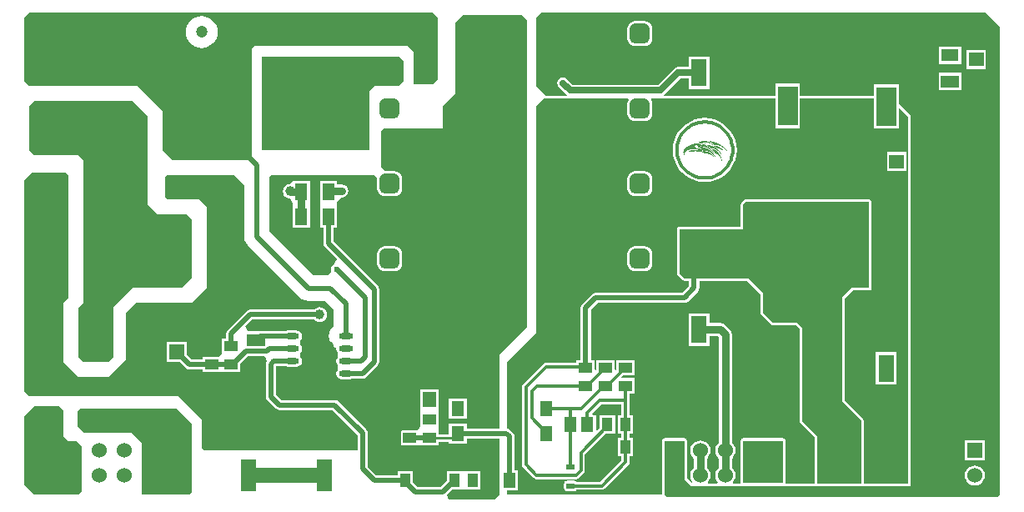
<source format=gtl>
G04*
G04 #@! TF.GenerationSoftware,Altium Limited,Altium Designer,21.0.8 (223)*
G04*
G04 Layer_Physical_Order=1*
G04 Layer_Color=255*
%FSLAX25Y25*%
%MOIN*%
G70*
G04*
G04 #@! TF.SameCoordinates,C9A2E287-7343-4079-99F3-6D8708F74CA6*
G04*
G04*
G04 #@! TF.FilePolarity,Positive*
G04*
G01*
G75*
%ADD14C,0.01000*%
%ADD17R,0.06299X0.12598*%
%ADD18R,0.05512X0.05906*%
%ADD19R,0.05906X0.05512*%
%ADD20R,0.21260X0.11417*%
%ADD21R,0.40158X0.35827*%
%ADD22O,0.05709X0.02362*%
G04:AMPARAMS|DCode=23|XSize=118.11mil|YSize=118.11mil|CornerRadius=29.53mil|HoleSize=0mil|Usage=FLASHONLY|Rotation=0.000|XOffset=0mil|YOffset=0mil|HoleType=Round|Shape=RoundedRectangle|*
%AMROUNDEDRECTD23*
21,1,0.11811,0.05906,0,0,0.0*
21,1,0.05906,0.11811,0,0,0.0*
1,1,0.05906,0.02953,-0.02953*
1,1,0.05906,-0.02953,-0.02953*
1,1,0.05906,-0.02953,0.02953*
1,1,0.05906,0.02953,0.02953*
%
%ADD23ROUNDEDRECTD23*%
%ADD24R,0.07284X0.04921*%
%ADD25R,0.06299X0.11024*%
G04:AMPARAMS|DCode=26|XSize=21.65mil|YSize=31.5mil|CornerRadius=1.95mil|HoleSize=0mil|Usage=FLASHONLY|Rotation=90.000|XOffset=0mil|YOffset=0mil|HoleType=Round|Shape=RoundedRectangle|*
%AMROUNDEDRECTD26*
21,1,0.02165,0.02760,0,0,90.0*
21,1,0.01776,0.03150,0,0,90.0*
1,1,0.00390,0.01380,0.00888*
1,1,0.00390,0.01380,-0.00888*
1,1,0.00390,-0.01380,-0.00888*
1,1,0.00390,-0.01380,0.00888*
%
%ADD26ROUNDEDRECTD26*%
%ADD27R,0.04134X0.05315*%
%ADD28R,0.05315X0.04134*%
%ADD29R,0.04921X0.05906*%
%ADD30R,0.05118X0.05906*%
%ADD31R,0.07874X0.15748*%
%ADD32R,0.06890X0.04921*%
%ADD33R,0.04921X0.06890*%
%ADD34C,0.01240*%
%ADD66C,0.02000*%
%ADD67C,0.01181*%
%ADD68C,0.03000*%
%ADD69C,0.06000*%
%ADD70C,0.01200*%
%ADD71C,0.02953*%
%ADD72C,0.01968*%
%ADD73C,0.02500*%
%ADD74C,0.04724*%
G04:AMPARAMS|DCode=75|XSize=47.24mil|YSize=47.24mil|CornerRadius=11.81mil|HoleSize=0mil|Usage=FLASHONLY|Rotation=90.000|XOffset=0mil|YOffset=0mil|HoleType=Round|Shape=RoundedRectangle|*
%AMROUNDEDRECTD75*
21,1,0.04724,0.02362,0,0,90.0*
21,1,0.02362,0.04724,0,0,90.0*
1,1,0.02362,0.01181,0.01181*
1,1,0.02362,0.01181,-0.01181*
1,1,0.02362,-0.01181,-0.01181*
1,1,0.02362,-0.01181,0.01181*
%
%ADD75ROUNDEDRECTD75*%
%ADD76C,0.06000*%
%ADD77R,0.06000X0.06000*%
%ADD78R,0.07874X0.07874*%
G04:AMPARAMS|DCode=79|XSize=78.74mil|YSize=78.74mil|CornerRadius=19.68mil|HoleSize=0mil|Usage=FLASHONLY|Rotation=90.000|XOffset=0mil|YOffset=0mil|HoleType=Round|Shape=RoundedRectangle|*
%AMROUNDEDRECTD79*
21,1,0.07874,0.03937,0,0,90.0*
21,1,0.03937,0.07874,0,0,90.0*
1,1,0.03937,0.01968,0.01968*
1,1,0.03937,0.01968,-0.01968*
1,1,0.03937,-0.01968,-0.01968*
1,1,0.03937,-0.01968,0.01968*
%
%ADD79ROUNDEDRECTD79*%
%ADD80R,0.05906X0.05906*%
%ADD81C,0.05906*%
%ADD82C,0.03150*%
%ADD83R,0.05906X0.05906*%
G04:AMPARAMS|DCode=84|XSize=47.24mil|YSize=47.24mil|CornerRadius=11.81mil|HoleSize=0mil|Usage=FLASHONLY|Rotation=0.000|XOffset=0mil|YOffset=0mil|HoleType=Round|Shape=RoundedRectangle|*
%AMROUNDEDRECTD84*
21,1,0.04724,0.02362,0,0,0.0*
21,1,0.02362,0.04724,0,0,0.0*
1,1,0.02362,0.01181,-0.01181*
1,1,0.02362,-0.01181,-0.01181*
1,1,0.02362,-0.01181,0.01181*
1,1,0.02362,0.01181,0.01181*
%
%ADD84ROUNDEDRECTD84*%
%ADD85C,0.02362*%
%ADD86C,0.03937*%
%ADD87C,0.05000*%
G36*
X336079Y414520D02*
Y389606D01*
X334256Y387806D01*
X326236D01*
Y400740D01*
X323874Y403102D01*
X264425D01*
X264370Y403047D01*
X262497D01*
X261630Y402032D01*
Y357433D01*
X229780D01*
X225843Y361370D01*
Y377118D01*
X216000Y386961D01*
X172693D01*
X170725Y388929D01*
Y414520D01*
X172693Y416488D01*
X334110D01*
X336079Y414520D01*
D02*
G37*
G36*
X560488Y410583D02*
Y223575D01*
X559504Y222590D01*
X427614D01*
X426630Y223575D01*
Y245228D01*
X434504D01*
Y227748D01*
X435180Y227073D01*
X524616D01*
X525055Y227512D01*
Y375150D01*
X520150Y380055D01*
Y387764D01*
X510276D01*
Y383024D01*
X480780D01*
Y387961D01*
X470906D01*
Y383024D01*
X426537D01*
X426385Y383524D01*
X426542Y383628D01*
X432895Y389982D01*
X436260D01*
Y385764D01*
X444559D01*
Y398787D01*
X436260D01*
Y394570D01*
X431945D01*
X431067Y394395D01*
X430323Y393898D01*
X423970Y387544D01*
X389932D01*
X387695Y389781D01*
X386951Y390278D01*
X386073Y390453D01*
X385195Y390278D01*
X384451Y389781D01*
X383954Y389036D01*
X383779Y388159D01*
X383954Y387281D01*
X384451Y386537D01*
X387359Y383628D01*
X387516Y383524D01*
X387364Y383024D01*
X379386D01*
X375449Y386961D01*
Y414520D01*
X377417Y416488D01*
X554583D01*
X560488Y410583D01*
D02*
G37*
G36*
X510276Y370016D02*
X520150D01*
Y377960D01*
X520612Y378151D01*
X524036Y374727D01*
Y228092D01*
X506390D01*
Y253102D01*
X506312Y253492D01*
X506091Y253823D01*
X498516Y261399D01*
Y301893D01*
X501856Y305232D01*
X508323D01*
X508713Y305310D01*
X509044Y305531D01*
X509265Y305862D01*
X509343Y306252D01*
Y340701D01*
X509265Y341091D01*
X509044Y341422D01*
X508713Y341643D01*
X508323Y341720D01*
X459110D01*
X458720Y341643D01*
X458390Y341422D01*
X457405Y340438D01*
X457184Y340107D01*
X457107Y339717D01*
Y330894D01*
X432536D01*
X432145Y330816D01*
X431815Y330595D01*
X431594Y330264D01*
X431516Y329874D01*
Y312157D01*
X431594Y311767D01*
X431815Y311437D01*
X433783Y309468D01*
X434114Y309247D01*
X434504Y309169D01*
X436402D01*
Y307097D01*
X433660Y304354D01*
X399071D01*
X398291Y304199D01*
X397629Y303757D01*
X393692Y299820D01*
X393250Y299158D01*
X393095Y298378D01*
Y277527D01*
X391476D01*
Y276387D01*
X379386D01*
X378762Y276263D01*
X378233Y275909D01*
X370136Y267813D01*
X369783Y267284D01*
X369659Y266660D01*
Y235608D01*
X369783Y234984D01*
X370136Y234454D01*
X374295Y230295D01*
X374825Y229942D01*
X375449Y229817D01*
X391197D01*
X391821Y229942D01*
X392351Y230295D01*
X394319Y232264D01*
X394673Y232793D01*
X394797Y233417D01*
Y239749D01*
X402996Y247949D01*
X406823D01*
Y255264D01*
X400689D01*
Y250256D01*
X399706Y249273D01*
X399244Y249464D01*
Y255559D01*
X398013D01*
X397806Y256059D01*
X401362Y259616D01*
X409418D01*
Y255264D01*
X407973D01*
Y247949D01*
X409418D01*
Y246406D01*
X407973D01*
Y239091D01*
X409418D01*
Y237413D01*
X400824Y228819D01*
X391319D01*
X391234Y228946D01*
X390839Y229210D01*
X390372Y229303D01*
X387613D01*
X387146Y229210D01*
X386751Y228946D01*
X386487Y228551D01*
X386394Y228085D01*
Y226309D01*
X386487Y225843D01*
X386751Y225448D01*
X387146Y225184D01*
X387613Y225091D01*
X390372D01*
X390839Y225184D01*
X391234Y225448D01*
X391319Y225575D01*
X401495D01*
X402116Y225699D01*
X402642Y226050D01*
X412186Y235594D01*
X412538Y236121D01*
X412661Y236741D01*
Y239091D01*
X414107D01*
Y246406D01*
X412661D01*
Y247949D01*
X414107D01*
Y255264D01*
X412661D01*
Y261237D01*
Y264110D01*
X414539D01*
Y270244D01*
X409612D01*
X409421Y270706D01*
X409962Y271247D01*
X410060Y271394D01*
X414539D01*
Y277527D01*
X407225D01*
Y273500D01*
X407165Y273461D01*
X406666Y273728D01*
Y277527D01*
X399351D01*
Y273500D01*
X399291Y273451D01*
X398792Y273686D01*
Y277527D01*
X397173D01*
Y297533D01*
X399916Y300276D01*
X434504D01*
X435285Y300431D01*
X435946Y300873D01*
X439883Y304810D01*
X440325Y305472D01*
X440480Y306252D01*
Y309169D01*
X459672D01*
X464981Y303861D01*
Y296409D01*
X465058Y296019D01*
X465279Y295689D01*
X469216Y291752D01*
X469547Y291530D01*
X469937Y291453D01*
X479357D01*
X480729Y290082D01*
Y253102D01*
X480806Y252712D01*
X481027Y252381D01*
X486634Y246775D01*
Y228092D01*
X475323D01*
X474894Y228499D01*
Y230519D01*
X474995Y231291D01*
X474894Y232064D01*
Y240519D01*
X474995Y241291D01*
X474894Y242064D01*
Y245228D01*
X474816Y245619D01*
X474595Y245949D01*
X474264Y246170D01*
X473874Y246248D01*
X458126D01*
X457736Y246170D01*
X457405Y245949D01*
X457387Y245931D01*
X457166Y245600D01*
X457089Y245210D01*
Y242395D01*
X457064Y242336D01*
X456926Y241291D01*
X457064Y240247D01*
X457089Y240188D01*
Y232395D01*
X457064Y232336D01*
X456926Y231291D01*
X457064Y230247D01*
X457089Y230188D01*
Y228439D01*
X456804Y228092D01*
X454138D01*
X453932Y228592D01*
X454455Y229274D01*
X454858Y230247D01*
X454995Y231291D01*
X454858Y232336D01*
X454455Y233309D01*
X453814Y234144D01*
X453510Y234377D01*
Y238205D01*
X453814Y238439D01*
X454455Y239274D01*
X454858Y240247D01*
X454995Y241291D01*
X454858Y242336D01*
X454455Y243309D01*
X453814Y244144D01*
X453510Y244377D01*
Y287831D01*
X453316Y288806D01*
X452763Y289633D01*
X450878Y291519D01*
X450051Y292072D01*
X449075Y292266D01*
X444559D01*
Y296228D01*
X436260D01*
Y283205D01*
X444559D01*
Y287168D01*
X448019D01*
X448412Y286775D01*
Y244377D01*
X448108Y244144D01*
X447467Y243309D01*
X447064Y242336D01*
X446926Y241291D01*
X447064Y240247D01*
X447467Y239274D01*
X448108Y238439D01*
X448412Y238205D01*
Y234377D01*
X448108Y234144D01*
X447467Y233309D01*
X447064Y232336D01*
X446926Y231291D01*
X447064Y230247D01*
X447467Y229274D01*
X447990Y228592D01*
X447784Y228092D01*
X444138D01*
X443932Y228592D01*
X444455Y229274D01*
X444858Y230247D01*
X444995Y231291D01*
X444858Y232336D01*
X444455Y233309D01*
X443814Y234144D01*
X443510Y234377D01*
Y238205D01*
X443814Y238439D01*
X444455Y239274D01*
X444858Y240247D01*
X444995Y241291D01*
X444858Y242336D01*
X444455Y243309D01*
X443814Y244144D01*
X442978Y244785D01*
X442005Y245188D01*
X440961Y245326D01*
X439917Y245188D01*
X438944Y244785D01*
X438108Y244144D01*
X437467Y243309D01*
X437064Y242336D01*
X436926Y241291D01*
X437064Y240247D01*
X437467Y239274D01*
X438108Y238439D01*
X438412Y238205D01*
Y234377D01*
X438108Y234144D01*
X437467Y233309D01*
X437064Y232336D01*
X436926Y231291D01*
X437064Y230247D01*
X437467Y229274D01*
X437672Y229007D01*
X437487Y228427D01*
X437444Y228413D01*
X435524Y230333D01*
Y245228D01*
X435446Y245619D01*
X435225Y245949D01*
X434894Y246170D01*
X434504Y246248D01*
X426630D01*
X426240Y246170D01*
X425909Y245949D01*
X425688Y245619D01*
X425610Y245228D01*
Y223575D01*
X363638D01*
Y225528D01*
X368083D01*
Y233433D01*
X366662D01*
Y246931D01*
X366506Y247711D01*
X366064Y248373D01*
X366064Y248373D01*
X364893Y249544D01*
X364231Y249986D01*
X363638Y250104D01*
Y276724D01*
X375449Y288535D01*
Y379087D01*
X378366Y382004D01*
X412076D01*
X412297Y381556D01*
X412195Y381422D01*
X411896Y380700D01*
X411794Y379925D01*
Y375988D01*
X411896Y375213D01*
X412195Y374491D01*
X412670Y373871D01*
X413291Y373395D01*
X414013Y373096D01*
X414788Y372994D01*
X418725D01*
X419499Y373096D01*
X420222Y373395D01*
X420842Y373871D01*
X421318Y374491D01*
X421617Y375213D01*
X421719Y375988D01*
Y379925D01*
X421617Y380700D01*
X421318Y381422D01*
X421215Y381556D01*
X421436Y382004D01*
X470906D01*
Y370213D01*
X480780D01*
Y382004D01*
X510276D01*
Y370016D01*
D02*
G37*
G36*
X322202Y396901D02*
Y388832D01*
X320331Y386961D01*
X310488D01*
Y386961D01*
X308520Y384992D01*
Y361370D01*
X265665D01*
Y398772D01*
X320331D01*
X322202Y396901D01*
D02*
G37*
G36*
X371512Y413535D02*
Y290504D01*
X360685Y279677D01*
Y250142D01*
X347512D01*
Y252055D01*
X340394D01*
Y247888D01*
X336335D01*
X336335Y250575D01*
X336335Y251394D01*
Y255931D01*
X336433Y257858D01*
X336433Y258636D01*
Y265764D01*
X328921D01*
Y258636D01*
X328921Y257858D01*
X329020Y255931D01*
X329020Y251162D01*
X328768Y250381D01*
X327527Y249425D01*
X321146D01*
Y243291D01*
X328461D01*
Y243291D01*
X329020D01*
Y243291D01*
X336335D01*
Y244829D01*
X340394D01*
Y244150D01*
X347512D01*
Y246063D01*
X360685D01*
Y223575D01*
X358717Y221606D01*
X340443D01*
X339862Y222769D01*
X339750Y223575D01*
X341998Y225823D01*
X345020D01*
X346989Y225823D01*
X347807Y225823D01*
X353122D01*
Y233138D01*
X347807D01*
X345839Y233138D01*
X345020Y233138D01*
X339705D01*
Y229297D01*
X337270Y226862D01*
X327802D01*
X325957Y228707D01*
Y233138D01*
X319823D01*
Y231520D01*
X311333D01*
X308028Y234825D01*
Y239815D01*
X307975Y239868D01*
Y248278D01*
X307820Y249059D01*
X307378Y249720D01*
X296186Y260913D01*
X295524Y261355D01*
X294744Y261510D01*
X273469D01*
X271339Y263639D01*
Y275010D01*
X275235D01*
X275258Y274995D01*
X276109Y274826D01*
X279455D01*
X280306Y274995D01*
X281028Y275477D01*
X281510Y276199D01*
X281679Y277050D01*
X281510Y277901D01*
X281227Y278324D01*
X281028Y278686D01*
Y280414D01*
X281227Y280775D01*
X281510Y281199D01*
X281679Y282050D01*
X281510Y282901D01*
X281181Y283393D01*
X281028Y283674D01*
Y285426D01*
X281181Y285707D01*
X281510Y286199D01*
X281679Y287050D01*
X281510Y287901D01*
X281028Y288622D01*
X280306Y289104D01*
X279455Y289274D01*
X276109D01*
X275258Y289104D01*
X275078Y288984D01*
X264985D01*
X264985Y288984D01*
X264788Y288945D01*
X259948D01*
X259133Y290914D01*
X261803Y293583D01*
X286567D01*
X286639Y293489D01*
X287259Y293013D01*
X287981Y292714D01*
X288756Y292612D01*
X289531Y292714D01*
X290253Y293013D01*
X290873Y293489D01*
X291349Y294109D01*
X291648Y294831D01*
X291750Y295606D01*
X291648Y296381D01*
X291349Y297103D01*
X290873Y297724D01*
X290253Y298199D01*
X289531Y298499D01*
X288756Y298601D01*
X287981Y298499D01*
X287259Y298199D01*
X286639Y297724D01*
X286567Y297629D01*
X260965D01*
X260191Y297476D01*
X259534Y297037D01*
X251971Y289474D01*
X251533Y288818D01*
X251379Y288043D01*
Y286091D01*
X249744D01*
Y280544D01*
X249493Y279763D01*
X248252Y278807D01*
X241870D01*
Y277779D01*
X237514D01*
X235701Y279593D01*
Y284614D01*
X227796D01*
Y276709D01*
X232817D01*
X235228Y274298D01*
X235889Y273856D01*
X236670Y273701D01*
X241870D01*
Y272673D01*
X249185D01*
Y272673D01*
X249744D01*
Y272673D01*
X257059D01*
Y275923D01*
X260121Y278984D01*
X266739D01*
X267338Y278094D01*
X267655Y277016D01*
X267416Y276659D01*
X267261Y275878D01*
Y262795D01*
X267416Y262014D01*
X267858Y261353D01*
X271182Y258029D01*
X271844Y257587D01*
X272624Y257431D01*
X293899D01*
X303897Y247434D01*
Y241291D01*
X242575D01*
X241688Y242178D01*
Y253789D01*
X232435Y263042D01*
X184504D01*
X184504Y263042D01*
X184504Y263042D01*
X174662D01*
X174662Y263042D01*
X174662Y263042D01*
X172596D01*
X170725Y264913D01*
Y268850D01*
X170725Y349559D01*
X173678Y352512D01*
X187457D01*
X188441Y351528D01*
Y302315D01*
X186473Y300346D01*
Y276725D01*
X192378Y270819D01*
X204433D01*
X211201Y277587D01*
Y296289D01*
X215258Y300346D01*
X237654D01*
X243559Y306252D01*
Y338732D01*
X240607Y341685D01*
X227811D01*
X226827Y342669D01*
Y350543D01*
X227811Y351528D01*
X254585D01*
X258552Y347561D01*
Y331811D01*
Y326869D01*
X258723Y325564D01*
X259227Y324348D01*
X260029Y323303D01*
X280705Y302627D01*
X281749Y301825D01*
X282966Y301322D01*
X284271Y301150D01*
X290931D01*
X294196Y297885D01*
Y290995D01*
X293870Y290745D01*
X293040Y289663D01*
X292518Y288402D01*
X292340Y287050D01*
X292518Y285697D01*
X293040Y284437D01*
X293870Y283354D01*
X294953Y282524D01*
X295399Y282339D01*
X295342Y282050D01*
X295511Y281199D01*
X295840Y280707D01*
X295993Y280426D01*
Y278674D01*
X295840Y278393D01*
X295511Y277901D01*
X295342Y277050D01*
X295511Y276199D01*
X295840Y275707D01*
X295993Y275426D01*
Y273674D01*
X295840Y273393D01*
X295511Y272901D01*
X295342Y272050D01*
X295511Y271199D01*
X295993Y270477D01*
X296715Y269995D01*
X297566Y269826D01*
X300912D01*
X301763Y269995D01*
X301786Y270010D01*
X305814D01*
X306594Y270166D01*
X307256Y270608D01*
X311930Y275283D01*
X312372Y275944D01*
X312528Y276724D01*
X312527Y276724D01*
Y305858D01*
X312372Y306639D01*
X311930Y307300D01*
X311930Y307300D01*
X294253Y324977D01*
Y330350D01*
X295741D01*
Y338225D01*
X295741Y339240D01*
X295741Y340589D01*
X297150Y342557D01*
X297756D01*
X298732Y342751D01*
X299559Y343304D01*
X300111Y344131D01*
X300305Y345106D01*
X300111Y346082D01*
X299559Y346909D01*
X298732Y347461D01*
X297756Y347655D01*
X295741D01*
Y349083D01*
X288819D01*
Y341209D01*
X288819Y340193D01*
X288819Y338225D01*
Y330350D01*
X290175D01*
Y324132D01*
X290330Y323352D01*
X290772Y322691D01*
X295550Y317913D01*
X295549Y317874D01*
X294774Y315905D01*
X294677Y315885D01*
X293955Y315403D01*
X293473Y314682D01*
X293304Y313831D01*
X293436Y313167D01*
X293360Y312816D01*
X292271Y311236D01*
X286360D01*
X268638Y328958D01*
Y350875D01*
X269290Y351528D01*
X310107D01*
X310442Y351373D01*
X311818Y350110D01*
X311793Y349925D01*
Y345988D01*
X311895Y345213D01*
X312195Y344491D01*
X312670Y343871D01*
X313291Y343395D01*
X314013Y343096D01*
X314788Y342994D01*
X318725D01*
X319499Y343096D01*
X320222Y343395D01*
X320842Y343871D01*
X321318Y344491D01*
X321617Y345213D01*
X321719Y345988D01*
Y349925D01*
X321617Y350700D01*
X321318Y351422D01*
X320842Y352042D01*
X320222Y352518D01*
X319499Y352817D01*
X318725Y352919D01*
X314788D01*
X314645Y352901D01*
X313572Y354310D01*
X313488Y354489D01*
X313441Y354636D01*
Y368991D01*
X314678Y370228D01*
X338048D01*
Y379087D01*
X342969Y384008D01*
Y412551D01*
X345922Y415504D01*
X369544D01*
X371512Y413535D01*
D02*
G37*
G36*
X219937Y375150D02*
Y339717D01*
X223874Y335780D01*
X235685D01*
X237654Y333811D01*
Y310189D01*
X233717Y306252D01*
X214032D01*
X206158Y298378D01*
Y278693D01*
X204189Y276725D01*
X194347D01*
X192378Y278693D01*
Y298378D01*
X194347Y300346D01*
Y357433D01*
X192378Y359402D01*
X174662D01*
X172693Y361370D01*
Y379087D01*
X174662Y381055D01*
X214032D01*
X219937Y375150D01*
D02*
G37*
G36*
X473874Y228499D02*
X473814Y228439D01*
X458108D01*
Y245210D01*
X458126Y245228D01*
X473874D01*
Y228499D01*
D02*
G37*
G36*
X508323Y306252D02*
X501433D01*
X497496Y302315D01*
Y260976D01*
X505370Y253102D01*
Y228092D01*
X487654D01*
Y247197D01*
X481748Y253102D01*
Y290504D01*
X479780Y292472D01*
X469937D01*
X466000Y296409D01*
Y304283D01*
X460095Y310189D01*
X434504D01*
X432536Y312157D01*
Y329874D01*
X458126D01*
Y339717D01*
X459110Y340701D01*
X508323D01*
Y306252D01*
D02*
G37*
G36*
X237654Y252118D02*
Y224559D01*
X236670Y223575D01*
X217969D01*
X217601Y223943D01*
Y244205D01*
X213481Y248325D01*
X194765D01*
X191956Y251134D01*
Y257109D01*
X192870Y258024D01*
X231748D01*
X237654Y252118D01*
D02*
G37*
G36*
X186473Y257039D02*
Y247197D01*
X188441Y245228D01*
X191394D01*
X193668Y242954D01*
Y242664D01*
X193533Y241291D01*
X193668Y239919D01*
Y232664D01*
X193533Y231291D01*
X193668Y229919D01*
Y224865D01*
X192378Y223575D01*
X174662D01*
X170725Y227512D01*
Y255071D01*
X172693Y257039D01*
X174662Y259008D01*
X184504D01*
X186473Y257039D01*
D02*
G37*
%LPC*%
G36*
X241591Y415007D02*
X240344Y414884D01*
X239144Y414521D01*
X238039Y413930D01*
X237070Y413135D01*
X236275Y412166D01*
X235684Y411061D01*
X235321Y409862D01*
X235198Y408614D01*
X235321Y407367D01*
X235684Y406168D01*
X236275Y405062D01*
X237070Y404094D01*
X238039Y403299D01*
X239144Y402708D01*
X240344Y402344D01*
X241591Y402221D01*
X242838Y402344D01*
X244037Y402708D01*
X245143Y403299D01*
X246111Y404094D01*
X246906Y405062D01*
X247497Y406168D01*
X247861Y407367D01*
X247984Y408614D01*
X247861Y409862D01*
X247497Y411061D01*
X246906Y412166D01*
X246111Y413135D01*
X245143Y413930D01*
X244037Y414521D01*
X242838Y414884D01*
X241591Y415007D01*
D02*
G37*
G36*
X418725Y412919D02*
X414788D01*
X414013Y412817D01*
X413291Y412518D01*
X412670Y412042D01*
X412195Y411422D01*
X411896Y410700D01*
X411794Y409925D01*
Y405988D01*
X411896Y405213D01*
X412195Y404491D01*
X412670Y403871D01*
X413291Y403395D01*
X414013Y403096D01*
X414788Y402994D01*
X418725D01*
X419499Y403096D01*
X420222Y403395D01*
X420842Y403871D01*
X421318Y404491D01*
X421617Y405213D01*
X421719Y405988D01*
Y409925D01*
X421617Y410700D01*
X421318Y411422D01*
X420842Y412042D01*
X420222Y412518D01*
X419499Y412817D01*
X418725Y412919D01*
D02*
G37*
G36*
X545248Y402724D02*
X536358D01*
Y395803D01*
X545248D01*
Y402724D01*
D02*
G37*
G36*
X555134Y401394D02*
X547228D01*
Y393882D01*
X555134D01*
Y401394D01*
D02*
G37*
G36*
X545445Y392291D02*
X536162D01*
Y385370D01*
X545445D01*
Y392291D01*
D02*
G37*
G36*
X554646Y245291D02*
X546646D01*
Y237291D01*
X554646D01*
Y245291D01*
D02*
G37*
G36*
X550646Y235326D02*
X549602Y235189D01*
X548629Y234785D01*
X547793Y234144D01*
X547152Y233309D01*
X546749Y232336D01*
X546611Y231291D01*
X546749Y230247D01*
X547152Y229274D01*
X547793Y228439D01*
X548629Y227797D01*
X549602Y227394D01*
X550646Y227257D01*
X551690Y227394D01*
X552663Y227797D01*
X553499Y228439D01*
X554140Y229274D01*
X554543Y230247D01*
X554680Y231291D01*
X554543Y232336D01*
X554140Y233309D01*
X553499Y234144D01*
X552663Y234785D01*
X551690Y235189D01*
X550646Y235326D01*
D02*
G37*
G36*
X523412Y360570D02*
X515506D01*
Y353058D01*
X523412D01*
Y360570D01*
D02*
G37*
G36*
X442718Y374244D02*
X440714Y374086D01*
X438758Y373616D01*
X436900Y372847D01*
X435185Y371796D01*
X433656Y370490D01*
X432350Y368961D01*
X431299Y367246D01*
X430530Y365388D01*
X430060Y363433D01*
X429903Y361428D01*
X430060Y359423D01*
X430530Y357467D01*
X431299Y355609D01*
X432350Y353895D01*
X433656Y352365D01*
X435185Y351059D01*
X436900Y350009D01*
X438758Y349239D01*
X440714Y348769D01*
X442718Y348612D01*
X444723Y348769D01*
X446679Y349239D01*
X448537Y350009D01*
X450251Y351059D01*
X451781Y352365D01*
X453087Y353895D01*
X454138Y355609D01*
X454907Y357467D01*
X455376Y359423D01*
X455534Y361428D01*
X455376Y363433D01*
X454907Y365388D01*
X454138Y367246D01*
X453087Y368961D01*
X451781Y370490D01*
X450251Y371796D01*
X448537Y372847D01*
X446679Y373616D01*
X444723Y374086D01*
X442718Y374244D01*
D02*
G37*
G36*
X418725Y352919D02*
X414788D01*
X414013Y352817D01*
X413291Y352518D01*
X412670Y352042D01*
X412195Y351422D01*
X411896Y350700D01*
X411794Y349925D01*
Y345988D01*
X411896Y345213D01*
X412195Y344491D01*
X412670Y343871D01*
X413291Y343395D01*
X414013Y343096D01*
X414788Y342994D01*
X418725D01*
X419499Y343096D01*
X420222Y343395D01*
X420842Y343871D01*
X421318Y344491D01*
X421617Y345213D01*
X421719Y345988D01*
Y349925D01*
X421617Y350700D01*
X421318Y351422D01*
X420842Y352042D01*
X420222Y352518D01*
X419499Y352817D01*
X418725Y352919D01*
D02*
G37*
G36*
Y322919D02*
X414788D01*
X414013Y322817D01*
X413291Y322518D01*
X412670Y322042D01*
X412195Y321422D01*
X411896Y320700D01*
X411794Y319925D01*
Y315988D01*
X411896Y315213D01*
X412195Y314491D01*
X412670Y313871D01*
X413291Y313395D01*
X414013Y313096D01*
X414788Y312994D01*
X418725D01*
X419499Y313096D01*
X420222Y313395D01*
X420842Y313871D01*
X421318Y314491D01*
X421617Y315213D01*
X421719Y315988D01*
Y319925D01*
X421617Y320700D01*
X421318Y321422D01*
X420842Y322042D01*
X420222Y322518D01*
X419499Y322817D01*
X418725Y322919D01*
D02*
G37*
G36*
X519362Y280677D02*
X511063D01*
Y267653D01*
X519362D01*
Y280677D01*
D02*
G37*
%LPD*%
G36*
X441372Y364261D02*
X441600D01*
Y364235D01*
X441827D01*
Y364210D01*
X442005D01*
Y364185D01*
X442106D01*
Y364159D01*
X442232D01*
Y364134D01*
X442334D01*
Y364109D01*
X442359D01*
Y364134D01*
X442384D01*
Y364109D01*
X442435D01*
Y364083D01*
X442536D01*
Y364058D01*
X442587D01*
Y364033D01*
X442637D01*
Y364058D01*
X442663D01*
Y364033D01*
X442713D01*
Y364007D01*
X442764D01*
Y363982D01*
X442814D01*
Y363957D01*
X442916D01*
Y363932D01*
X442941D01*
Y363906D01*
X442992D01*
Y363881D01*
X443042D01*
Y363856D01*
X443118D01*
Y363830D01*
X443093D01*
Y363805D01*
X443042D01*
Y363830D01*
X442992D01*
Y363856D01*
X442891D01*
Y363881D01*
X442789D01*
Y363906D01*
X442713D01*
Y363932D01*
X442612D01*
Y363957D01*
X442460D01*
Y363982D01*
X442359D01*
Y364007D01*
X442157D01*
Y364033D01*
X441473D01*
Y364007D01*
X441245D01*
Y363982D01*
X441119D01*
Y363957D01*
X441068D01*
Y363982D01*
X441043D01*
Y363957D01*
X440942D01*
Y363932D01*
X440840D01*
Y363906D01*
X440739D01*
Y363881D01*
X440613D01*
Y363856D01*
X440511D01*
Y363830D01*
X440461D01*
Y363805D01*
X440359D01*
Y363780D01*
X440283D01*
Y363754D01*
X440233D01*
Y363729D01*
X440182D01*
Y363704D01*
X440132D01*
Y363679D01*
X440030D01*
Y363653D01*
X439980D01*
Y363628D01*
X439954D01*
Y363602D01*
X439879D01*
Y363577D01*
X439828D01*
Y363552D01*
X439777D01*
Y363527D01*
X439727D01*
Y363501D01*
X439676D01*
Y363476D01*
X439651D01*
Y363451D01*
X439575D01*
Y363425D01*
X439549D01*
Y363400D01*
X439524D01*
Y363375D01*
X439448D01*
Y363349D01*
X439372D01*
Y363375D01*
X439347D01*
Y363400D01*
X439322D01*
Y363425D01*
X439347D01*
Y363451D01*
Y363476D01*
Y363501D01*
Y363527D01*
X439372D01*
Y363552D01*
Y363577D01*
X439398D01*
Y363602D01*
Y363628D01*
X439423D01*
Y363653D01*
X439448D01*
Y363679D01*
Y363704D01*
X439473D01*
Y363729D01*
X439499D01*
Y363754D01*
X439524D01*
Y363780D01*
X439549D01*
Y363805D01*
X439575D01*
Y363830D01*
Y363856D01*
X439651D01*
Y363881D01*
X439676D01*
Y363906D01*
X439701D01*
Y363932D01*
X439727D01*
Y363957D01*
X439803D01*
Y363982D01*
X439828D01*
Y364007D01*
X439879D01*
Y364033D01*
X439904D01*
Y364058D01*
X439980D01*
Y364083D01*
X440030D01*
Y364109D01*
X440081D01*
Y364134D01*
X440106D01*
Y364109D01*
X440132D01*
Y364134D01*
X440182D01*
Y364159D01*
X440283D01*
Y364185D01*
X440334D01*
Y364210D01*
X440511D01*
Y364235D01*
X440638D01*
Y364261D01*
X440714D01*
Y364235D01*
X440739D01*
Y364261D01*
X440790D01*
Y364286D01*
X441372D01*
Y364261D01*
D02*
G37*
G36*
X439575Y364134D02*
Y364109D01*
Y364083D01*
Y364058D01*
Y364033D01*
X439549D01*
Y364007D01*
Y363982D01*
X439524D01*
Y363957D01*
Y363932D01*
X439499D01*
Y363906D01*
Y363881D01*
X439473D01*
Y363856D01*
X439448D01*
Y363830D01*
Y363805D01*
X439423D01*
Y363780D01*
Y363754D01*
X439398D01*
Y363729D01*
X439372D01*
Y363704D01*
X439347D01*
Y363679D01*
X439322D01*
Y363653D01*
X439296D01*
Y363628D01*
Y363602D01*
X439271D01*
Y363577D01*
X439246D01*
Y363552D01*
X439220D01*
Y363527D01*
X439195D01*
Y363501D01*
X439170D01*
Y363476D01*
Y363451D01*
X439145D01*
Y363425D01*
X439119D01*
Y363400D01*
X439094D01*
Y363375D01*
X439069D01*
Y363349D01*
X439043D01*
Y363324D01*
X439018D01*
Y363299D01*
X438993D01*
Y363274D01*
X438967D01*
Y363248D01*
Y363223D01*
X438942D01*
Y363198D01*
Y363172D01*
X438917D01*
Y363147D01*
X438891D01*
Y363122D01*
Y363096D01*
X438866D01*
Y363071D01*
X438841D01*
Y363046D01*
Y363020D01*
X438815D01*
Y362995D01*
Y362970D01*
Y362945D01*
X438790D01*
Y362919D01*
Y362894D01*
X438765D01*
Y362868D01*
Y362843D01*
Y362818D01*
Y362793D01*
Y362767D01*
Y362742D01*
Y362717D01*
X438790D01*
Y362691D01*
X438765D01*
Y362666D01*
Y362641D01*
Y362615D01*
X438790D01*
Y362590D01*
Y362565D01*
X438815D01*
Y362540D01*
Y362514D01*
X438841D01*
Y362489D01*
Y362464D01*
Y362438D01*
X438866D01*
Y362413D01*
X438891D01*
Y362388D01*
X438917D01*
Y362362D01*
X438942D01*
Y362337D01*
X438967D01*
Y362312D01*
X439043D01*
Y362286D01*
X439069D01*
Y362261D01*
X439119D01*
Y362236D01*
X439220D01*
Y362210D01*
X439296D01*
Y362185D01*
X439423D01*
Y362160D01*
X439524D01*
Y362135D01*
X439549D01*
Y362160D01*
X439575D01*
Y362135D01*
X439727D01*
Y362109D01*
X439904D01*
Y362084D01*
X440005D01*
Y362059D01*
X440208D01*
Y362033D01*
X440385D01*
Y362008D01*
X440486D01*
Y361983D01*
X440638D01*
Y361957D01*
X440739D01*
Y361932D01*
X440840D01*
Y361907D01*
X440916D01*
Y361881D01*
X440992D01*
Y361856D01*
X441068D01*
Y361831D01*
X441119D01*
Y361806D01*
X441169D01*
Y361780D01*
X441245D01*
Y361755D01*
X441296D01*
Y361730D01*
X441321D01*
Y361704D01*
X441347D01*
Y361679D01*
X441397D01*
Y361654D01*
X441423D01*
Y361628D01*
X441448D01*
Y361603D01*
X441498D01*
Y361578D01*
X441524D01*
Y361552D01*
X441549D01*
Y361527D01*
X441574D01*
Y361502D01*
X441600D01*
Y361476D01*
X441625D01*
Y361451D01*
X441650D01*
Y361426D01*
Y361401D01*
X441676D01*
Y361375D01*
X441701D01*
Y361350D01*
Y361325D01*
X441726D01*
Y361299D01*
X441751D01*
Y361274D01*
Y361249D01*
X441777D01*
Y361223D01*
Y361198D01*
Y361173D01*
Y361147D01*
Y361122D01*
Y361097D01*
Y361071D01*
Y361046D01*
Y361021D01*
Y360996D01*
Y360970D01*
Y360945D01*
Y360920D01*
X441751D01*
Y360894D01*
Y360869D01*
Y360844D01*
X441726D01*
Y360818D01*
X441701D01*
Y360793D01*
Y360768D01*
X441650D01*
Y360742D01*
X441625D01*
Y360717D01*
X441574D01*
Y360692D01*
X441524D01*
Y360666D01*
X441448D01*
Y360641D01*
X441397D01*
Y360666D01*
X441169D01*
Y360692D01*
X440891D01*
Y360717D01*
X440815D01*
Y360742D01*
X440790D01*
Y360717D01*
X440764D01*
Y360742D01*
X440663D01*
Y360768D01*
X440385D01*
Y360793D01*
X440283D01*
Y360818D01*
X440233D01*
Y360793D01*
X440182D01*
Y360818D01*
X440081D01*
Y360844D01*
X439777D01*
Y360869D01*
X439625D01*
Y360894D01*
X439195D01*
Y360920D01*
X438512D01*
Y360894D01*
X437980D01*
Y360869D01*
X437803D01*
Y360844D01*
X437575D01*
Y360818D01*
X437373D01*
Y360793D01*
X437221D01*
Y360768D01*
X437044D01*
Y360742D01*
X436942D01*
Y360717D01*
X436841D01*
Y360692D01*
X436689D01*
Y360666D01*
X436614D01*
Y360641D01*
X436512D01*
Y360616D01*
X436386D01*
Y360591D01*
X436310D01*
Y360565D01*
X436132D01*
Y360591D01*
X436107D01*
Y360616D01*
Y360641D01*
X436132D01*
Y360666D01*
X436158D01*
Y360692D01*
Y360717D01*
X436183D01*
Y360742D01*
X436208D01*
Y360768D01*
X436234D01*
Y360793D01*
X436259D01*
Y360818D01*
X436284D01*
Y360844D01*
X436310D01*
Y360869D01*
X436335D01*
Y360894D01*
X436360D01*
Y360920D01*
X436411D01*
Y360945D01*
X436436D01*
Y360970D01*
X436462D01*
Y360996D01*
X436512D01*
Y361021D01*
X436538D01*
Y361046D01*
X436588D01*
Y361071D01*
X436664D01*
Y361097D01*
X436715D01*
Y361122D01*
X436765D01*
Y361147D01*
X436841D01*
Y361173D01*
X436892D01*
Y361198D01*
X436993D01*
Y361223D01*
X437018D01*
Y361249D01*
X437170D01*
Y361274D01*
X437221D01*
Y361299D01*
X437322D01*
Y361325D01*
X437474D01*
Y361350D01*
X437601D01*
Y361375D01*
X437702D01*
Y361401D01*
X438031D01*
Y361426D01*
X438208D01*
Y361451D01*
X438638D01*
Y361476D01*
X440359D01*
Y361502D01*
X440309D01*
Y361527D01*
X440157D01*
Y361552D01*
X440056D01*
Y361578D01*
X439980D01*
Y361603D01*
X439777D01*
Y361628D01*
X439575D01*
Y361654D01*
X439448D01*
Y361679D01*
X439195D01*
Y361704D01*
X438891D01*
Y361730D01*
X438841D01*
Y361704D01*
X438815D01*
Y361730D01*
X437803D01*
Y361704D01*
X437727D01*
Y361730D01*
X437702D01*
Y361704D01*
X437474D01*
Y361679D01*
X437221D01*
Y361654D01*
X437094D01*
Y361628D01*
X436968D01*
Y361603D01*
X436791D01*
Y361578D01*
X436715D01*
Y361552D01*
X436588D01*
Y361527D01*
X436487D01*
Y361502D01*
X436411D01*
Y361476D01*
X436335D01*
Y361451D01*
X436259D01*
Y361426D01*
X436183D01*
Y361401D01*
X436107D01*
Y361375D01*
X436057D01*
Y361350D01*
X436006D01*
Y361325D01*
X435955D01*
Y361299D01*
X435879D01*
Y361274D01*
X435854D01*
Y361249D01*
X435778D01*
Y361223D01*
X435753D01*
Y361198D01*
X435702D01*
Y361173D01*
X435652D01*
Y361147D01*
X435626D01*
Y361122D01*
X435576D01*
Y361097D01*
X435550D01*
Y361071D01*
X435500D01*
Y361046D01*
X435474D01*
Y361021D01*
X435449D01*
Y360996D01*
X435398D01*
Y360970D01*
X435373D01*
Y360945D01*
X435348D01*
Y360920D01*
X435297D01*
Y360894D01*
X435272D01*
Y360869D01*
X435247D01*
Y360844D01*
X435221D01*
Y360818D01*
X435196D01*
Y360793D01*
X435171D01*
Y360768D01*
X435145D01*
Y360742D01*
X435120D01*
Y360717D01*
X435095D01*
Y360692D01*
X435070D01*
Y360666D01*
X435044D01*
Y360641D01*
X435019D01*
Y360616D01*
Y360591D01*
X434994D01*
Y360565D01*
X434968D01*
Y360540D01*
X434943D01*
Y360515D01*
X434918D01*
Y360489D01*
Y360464D01*
X434892D01*
Y360439D01*
X434867D01*
Y360413D01*
Y360388D01*
X434842D01*
Y360363D01*
X434816D01*
Y360337D01*
Y360312D01*
Y360287D01*
X434791D01*
Y360262D01*
Y360236D01*
X434766D01*
Y360211D01*
X434740D01*
Y360186D01*
Y360160D01*
X434715D01*
Y360135D01*
Y360110D01*
X434690D01*
Y360084D01*
Y360059D01*
Y360034D01*
X434664D01*
Y360008D01*
Y359983D01*
X434639D01*
Y359958D01*
Y359932D01*
X434614D01*
Y359907D01*
Y359882D01*
Y359857D01*
Y359831D01*
Y359806D01*
X434589D01*
Y359781D01*
Y359755D01*
Y359730D01*
Y359705D01*
X434563D01*
Y359679D01*
Y359654D01*
X434538D01*
Y359629D01*
Y359604D01*
Y359578D01*
Y359553D01*
Y359527D01*
X434487D01*
Y359502D01*
X434437D01*
Y359527D01*
X434386D01*
Y359553D01*
X434310D01*
Y359578D01*
Y359604D01*
X434285D01*
Y359629D01*
Y359654D01*
X434260D01*
Y359679D01*
Y359705D01*
Y359730D01*
X434234D01*
Y359755D01*
Y359781D01*
Y359806D01*
Y359831D01*
X434209D01*
Y359857D01*
Y359882D01*
X434184D01*
Y359907D01*
Y359932D01*
X434209D01*
Y359958D01*
X434184D01*
Y359983D01*
Y360008D01*
Y360034D01*
X434158D01*
Y360059D01*
Y360084D01*
Y360110D01*
Y360135D01*
Y360160D01*
Y360186D01*
Y360211D01*
Y360236D01*
Y360262D01*
X434133D01*
Y360287D01*
Y360312D01*
Y360337D01*
Y360363D01*
Y360388D01*
Y360413D01*
Y360439D01*
Y360464D01*
Y360489D01*
Y360515D01*
Y360540D01*
Y360565D01*
Y360591D01*
X434158D01*
Y360616D01*
Y360641D01*
Y360666D01*
Y360692D01*
Y360717D01*
Y360742D01*
Y360768D01*
Y360793D01*
X434184D01*
Y360818D01*
Y360844D01*
Y360869D01*
Y360894D01*
Y360920D01*
Y360945D01*
X434209D01*
Y360970D01*
Y360996D01*
X434234D01*
Y361021D01*
Y361046D01*
Y361071D01*
Y361097D01*
X434260D01*
Y361122D01*
Y361147D01*
X434285D01*
Y361173D01*
Y361198D01*
Y361223D01*
X434310D01*
Y361249D01*
Y361274D01*
Y361299D01*
X434336D01*
Y361325D01*
X434361D01*
Y361350D01*
Y361375D01*
X434386D01*
Y361401D01*
Y361426D01*
Y361451D01*
X434411D01*
Y361476D01*
X434437D01*
Y361502D01*
X434462D01*
Y361527D01*
Y361552D01*
Y361578D01*
X434487D01*
Y361603D01*
X434513D01*
Y361628D01*
X434538D01*
Y361654D01*
Y361679D01*
X434563D01*
Y361704D01*
X434589D01*
Y361730D01*
Y361755D01*
X434614D01*
Y361780D01*
X434639D01*
Y361806D01*
X434664D01*
Y361831D01*
X434690D01*
Y361856D01*
X434715D01*
Y361881D01*
Y361907D01*
X434740D01*
Y361932D01*
X434766D01*
Y361957D01*
X434791D01*
Y361983D01*
X434816D01*
Y362008D01*
X434842D01*
Y362033D01*
X434867D01*
Y362059D01*
X434892D01*
Y362084D01*
X434918D01*
Y362109D01*
X434943D01*
Y362135D01*
X434968D01*
Y362160D01*
X434994D01*
Y362185D01*
X435019D01*
Y362210D01*
X435044D01*
Y362236D01*
X435070D01*
Y362261D01*
X435095D01*
Y362286D01*
X435145D01*
Y362312D01*
X435171D01*
Y362337D01*
X435221D01*
Y362362D01*
Y362388D01*
X435247D01*
Y362413D01*
X435272D01*
Y362438D01*
X435297D01*
Y362464D01*
X435373D01*
Y362489D01*
X435398D01*
Y362514D01*
X435424D01*
Y362540D01*
X435449D01*
Y362565D01*
X435474D01*
Y362590D01*
X435550D01*
Y362615D01*
X435576D01*
Y362641D01*
X435601D01*
Y362666D01*
X435652D01*
Y362691D01*
X435677D01*
Y362717D01*
X435702D01*
Y362742D01*
X435778D01*
Y362767D01*
X435804D01*
Y362793D01*
X435854D01*
Y362818D01*
X435879D01*
Y362843D01*
X435930D01*
Y362868D01*
X435955D01*
Y362894D01*
X436006D01*
Y362919D01*
X436057D01*
Y362945D01*
X436082D01*
Y362970D01*
X436158D01*
Y362995D01*
X436183D01*
Y363020D01*
X436234D01*
Y363046D01*
X436284D01*
Y363071D01*
X436335D01*
Y363096D01*
X436411D01*
Y363122D01*
X436436D01*
Y363147D01*
X436487D01*
Y363172D01*
X436538D01*
Y363198D01*
X436588D01*
Y363223D01*
X436664D01*
Y363248D01*
X436689D01*
Y363274D01*
X436765D01*
Y363299D01*
X436791D01*
Y363324D01*
X436867D01*
Y363349D01*
X436917D01*
Y363375D01*
X436993D01*
Y363400D01*
X437044D01*
Y363425D01*
X437094D01*
Y363451D01*
X437170D01*
Y363476D01*
X437221D01*
Y363501D01*
X437271D01*
Y363527D01*
X437348D01*
Y363552D01*
X437398D01*
Y363577D01*
X437474D01*
Y363602D01*
X437575D01*
Y363628D01*
X437601D01*
Y363653D01*
X437676D01*
Y363679D01*
X437752D01*
Y363704D01*
X437778D01*
Y363679D01*
X437803D01*
Y363704D01*
X437828D01*
Y363729D01*
X437904D01*
Y363754D01*
X438005D01*
Y363780D01*
X438082D01*
Y363805D01*
X438157D01*
Y363830D01*
X438208D01*
Y363856D01*
X438309D01*
Y363881D01*
X438436D01*
Y363906D01*
X438486D01*
Y363932D01*
X438562D01*
Y363957D01*
X438689D01*
Y363982D01*
X438739D01*
Y364007D01*
X438841D01*
Y364033D01*
X438942D01*
Y364058D01*
X439043D01*
Y364083D01*
X439119D01*
Y364109D01*
X439246D01*
Y364134D01*
X439296D01*
Y364159D01*
X439575D01*
Y364134D01*
D02*
G37*
G36*
X443726Y363476D02*
X443827D01*
Y363451D01*
X443852D01*
Y363476D01*
X443878D01*
Y363451D01*
X444105D01*
Y363425D01*
X444232D01*
Y363400D01*
X444358D01*
Y363375D01*
X444485D01*
Y363349D01*
X444586D01*
Y363324D01*
X444713D01*
Y363299D01*
X444839D01*
Y363274D01*
X444890D01*
Y363248D01*
X444991D01*
Y363223D01*
X445118D01*
Y363198D01*
X445168D01*
Y363172D01*
X445270D01*
Y363147D01*
X445346D01*
Y363122D01*
X445422D01*
Y363096D01*
X445472D01*
Y363071D01*
X445548D01*
Y363046D01*
X445624D01*
Y363020D01*
X445675D01*
Y362995D01*
X445751D01*
Y362970D01*
X445801D01*
Y362945D01*
X445877D01*
Y362919D01*
X445902D01*
Y362894D01*
X445978D01*
Y362868D01*
X446054D01*
Y362843D01*
X446105D01*
Y362818D01*
X446156D01*
Y362793D01*
X446206D01*
Y362767D01*
X446257D01*
Y362742D01*
X446307D01*
Y362717D01*
X446358D01*
Y362691D01*
X446409D01*
Y362666D01*
X446485D01*
Y362641D01*
X446510D01*
Y362615D01*
X446560D01*
Y362590D01*
X446611D01*
Y362565D01*
X446662D01*
Y362540D01*
X446712D01*
Y362514D01*
X446738D01*
Y362489D01*
X446763D01*
Y362464D01*
X446814D01*
Y362438D01*
X446864D01*
Y362413D01*
X446915D01*
Y362388D01*
X446940D01*
Y362362D01*
X446991D01*
Y362337D01*
X447016D01*
Y362312D01*
X447067D01*
Y362286D01*
X447092D01*
Y362261D01*
X447143D01*
Y362236D01*
X447168D01*
Y362210D01*
X447219D01*
Y362185D01*
X447244D01*
Y362160D01*
X447269D01*
Y362135D01*
X447320D01*
Y362109D01*
X447345D01*
Y362084D01*
X447370D01*
Y362059D01*
X447421D01*
Y362033D01*
X447446D01*
Y362008D01*
X447497D01*
Y361983D01*
X447522D01*
Y361957D01*
X447548D01*
Y361932D01*
X447573D01*
Y361907D01*
X447624D01*
Y361881D01*
X447649D01*
Y361856D01*
X447674D01*
Y361831D01*
X447699D01*
Y361806D01*
X447725D01*
Y361780D01*
X447750D01*
Y361755D01*
X447801D01*
Y361730D01*
X447826D01*
Y361704D01*
X447851D01*
Y361679D01*
X447902D01*
Y361654D01*
X447927D01*
Y361628D01*
Y361603D01*
X447978D01*
Y361578D01*
X448003D01*
Y361552D01*
Y361527D01*
X448054D01*
Y361502D01*
X448079D01*
Y361476D01*
Y361451D01*
X448130D01*
Y361426D01*
X448155D01*
Y361401D01*
X448180D01*
Y361375D01*
X448206D01*
Y361350D01*
Y361325D01*
X448256D01*
Y361299D01*
Y361274D01*
X448307D01*
Y361249D01*
Y361223D01*
X448332D01*
Y361198D01*
X448358D01*
Y361173D01*
X448383D01*
Y361147D01*
X448408D01*
Y361122D01*
X448433D01*
Y361097D01*
X448459D01*
Y361071D01*
Y361046D01*
X448484D01*
Y361021D01*
X448509D01*
Y360996D01*
X448535D01*
Y360970D01*
X448560D01*
Y360945D01*
X448585D01*
Y360920D01*
X448611D01*
Y360894D01*
Y360869D01*
X448636D01*
Y360844D01*
X448661D01*
Y360818D01*
X448687D01*
Y360793D01*
Y360768D01*
X448712D01*
Y360742D01*
Y360717D01*
X448737D01*
Y360692D01*
X448763D01*
Y360666D01*
X448788D01*
Y360641D01*
Y360616D01*
X448813D01*
Y360591D01*
X448839D01*
Y360565D01*
Y360540D01*
X448889D01*
Y360515D01*
Y360489D01*
Y360464D01*
X448914D01*
Y360439D01*
X448940D01*
Y360413D01*
Y360388D01*
X448965D01*
Y360363D01*
Y360337D01*
X448990D01*
Y360312D01*
X449016D01*
Y360287D01*
Y360262D01*
X449041D01*
Y360236D01*
X449066D01*
Y360211D01*
Y360186D01*
X449092D01*
Y360160D01*
Y360135D01*
X449117D01*
Y360110D01*
Y360084D01*
X449142D01*
Y360059D01*
Y360034D01*
X449167D01*
Y360008D01*
Y359983D01*
X449193D01*
Y359958D01*
Y359932D01*
X449218D01*
Y359907D01*
Y359882D01*
X449243D01*
Y359857D01*
Y359831D01*
X449269D01*
Y359806D01*
Y359781D01*
Y359755D01*
X449294D01*
Y359730D01*
X449319D01*
Y359705D01*
Y359679D01*
Y359654D01*
Y359629D01*
Y359604D01*
Y359578D01*
X449243D01*
Y359604D01*
X449218D01*
Y359629D01*
X449193D01*
Y359654D01*
X449167D01*
Y359679D01*
Y359705D01*
X449142D01*
Y359730D01*
X449117D01*
Y359755D01*
X449092D01*
Y359781D01*
Y359806D01*
X449066D01*
Y359831D01*
X449041D01*
Y359857D01*
X449016D01*
Y359882D01*
Y359907D01*
X448990D01*
Y359932D01*
Y359958D01*
X448965D01*
Y359983D01*
X448940D01*
Y360008D01*
X448914D01*
Y360034D01*
Y360059D01*
X448889D01*
Y360084D01*
X448864D01*
Y360110D01*
X448839D01*
Y360135D01*
Y360160D01*
X448813D01*
Y360186D01*
X448788D01*
Y360211D01*
Y360236D01*
X448763D01*
Y360262D01*
X448737D01*
Y360287D01*
X448712D01*
Y360312D01*
X448687D01*
Y360337D01*
Y360363D01*
X448661D01*
Y360388D01*
X448636D01*
Y360413D01*
X448611D01*
Y360439D01*
X448585D01*
Y360464D01*
Y360489D01*
X448560D01*
Y360515D01*
X448535D01*
Y360540D01*
X448509D01*
Y360565D01*
X448484D01*
Y360591D01*
X448459D01*
Y360616D01*
X448433D01*
Y360641D01*
X448408D01*
Y360666D01*
X448383D01*
Y360692D01*
X448358D01*
Y360717D01*
X448332D01*
Y360742D01*
Y360768D01*
X448307D01*
Y360793D01*
X448282D01*
Y360818D01*
X448256D01*
Y360844D01*
X448231D01*
Y360869D01*
X448206D01*
Y360894D01*
X448180D01*
Y360920D01*
X448155D01*
Y360945D01*
X448130D01*
Y360970D01*
X448079D01*
Y360996D01*
X448054D01*
Y361021D01*
X448029D01*
Y361046D01*
X448003D01*
Y361071D01*
X447978D01*
Y361097D01*
X447927D01*
Y361122D01*
Y361147D01*
X447902D01*
Y361173D01*
X447877D01*
Y361198D01*
X447826D01*
Y361223D01*
X447801D01*
Y361249D01*
X447750D01*
Y361274D01*
X447725D01*
Y361299D01*
X447699D01*
Y361325D01*
X447649D01*
Y361350D01*
X447624D01*
Y361375D01*
X447573D01*
Y361401D01*
Y361426D01*
X447522D01*
Y361451D01*
X447472D01*
Y361476D01*
X447446D01*
Y361502D01*
X447396D01*
Y361527D01*
X447345D01*
Y361552D01*
X447320D01*
Y361578D01*
X447295D01*
Y361603D01*
X447244D01*
Y361628D01*
X447193D01*
Y361654D01*
X447143D01*
Y361679D01*
X447092D01*
Y361704D01*
X447041D01*
Y361730D01*
X447016D01*
Y361755D01*
X446940D01*
Y361780D01*
X446915D01*
Y361806D01*
X446864D01*
Y361831D01*
X446788D01*
Y361856D01*
X446763D01*
Y361881D01*
X446687D01*
Y361907D01*
X446611D01*
Y361932D01*
X446560D01*
Y361957D01*
X446485D01*
Y361983D01*
X446434D01*
Y362008D01*
X446358D01*
Y362033D01*
X446307D01*
Y362059D01*
X446181D01*
Y362084D01*
X446105D01*
Y362109D01*
X446004D01*
Y362135D01*
X445928D01*
Y362160D01*
X445725D01*
Y362185D01*
X445498D01*
Y362210D01*
X445270D01*
Y362236D01*
X445219D01*
Y362210D01*
X445092D01*
Y362236D01*
X445017D01*
Y362261D01*
X444966D01*
Y362286D01*
X444941D01*
Y362312D01*
X444915D01*
Y362337D01*
X444890D01*
Y362362D01*
X444865D01*
Y362388D01*
X444814D01*
Y362413D01*
Y362438D01*
X444789D01*
Y362464D01*
X444738D01*
Y362489D01*
X444713D01*
Y362514D01*
X444688D01*
Y362540D01*
X444637D01*
Y362565D01*
X444612D01*
Y362590D01*
X444561D01*
Y362615D01*
X444536D01*
Y362641D01*
X444510D01*
Y362666D01*
X444460D01*
Y362691D01*
X444434D01*
Y362717D01*
X444384D01*
Y362742D01*
X444358D01*
Y362767D01*
X444333D01*
Y362793D01*
X444283D01*
Y362818D01*
X444232D01*
Y362843D01*
X444207D01*
Y362868D01*
X444156D01*
Y362894D01*
X444131D01*
Y362919D01*
X444080D01*
Y362945D01*
X444030D01*
Y362970D01*
X443979D01*
Y362995D01*
X443954D01*
Y363020D01*
X443903D01*
Y363046D01*
X443878D01*
Y363071D01*
X443827D01*
Y363096D01*
X443776D01*
Y363122D01*
X443726D01*
Y363147D01*
X443675D01*
Y363172D01*
X443650D01*
Y363198D01*
X443624D01*
Y363223D01*
X443549D01*
Y363248D01*
X443498D01*
Y363274D01*
Y363299D01*
X443422D01*
Y363324D01*
X443397D01*
Y363349D01*
X443371D01*
Y363375D01*
Y363400D01*
Y363425D01*
Y363451D01*
Y363476D01*
X443422D01*
Y363501D01*
X443675D01*
Y363476D01*
X443700D01*
Y363501D01*
X443726D01*
Y363476D01*
D02*
G37*
G36*
X442663Y364995D02*
X443042D01*
Y364969D01*
X443194D01*
Y364944D01*
X443346D01*
Y364919D01*
X443498D01*
Y364893D01*
X443599D01*
Y364868D01*
X443675D01*
Y364843D01*
X443802D01*
Y364817D01*
X443852D01*
Y364792D01*
X443954D01*
Y364767D01*
X444030D01*
Y364741D01*
X444105D01*
Y364716D01*
X444181D01*
Y364691D01*
X444207D01*
Y364666D01*
X444283D01*
Y364640D01*
X444358D01*
Y364615D01*
X444409D01*
Y364590D01*
X444485D01*
Y364564D01*
X444561D01*
Y364539D01*
X444586D01*
Y364514D01*
X444662D01*
Y364488D01*
X444713D01*
Y364463D01*
X444764D01*
Y364438D01*
X444814D01*
Y364412D01*
X444865D01*
Y364387D01*
X444890D01*
Y364362D01*
X444941D01*
Y364336D01*
X444991D01*
Y364311D01*
X445017D01*
Y364286D01*
X445042D01*
Y364261D01*
X445067D01*
Y364286D01*
X445092D01*
Y364261D01*
X445118D01*
Y364235D01*
X445143D01*
Y364210D01*
X445194D01*
Y364185D01*
X445244D01*
Y364159D01*
X445270D01*
Y364134D01*
X445320D01*
Y364109D01*
X445346D01*
Y364083D01*
X445396D01*
Y364058D01*
X445422D01*
Y364033D01*
X445447D01*
Y364007D01*
X445498D01*
Y363982D01*
Y363957D01*
X445548D01*
Y363932D01*
X445573D01*
Y363906D01*
X445599D01*
Y363881D01*
X445649D01*
Y363856D01*
X445675D01*
Y363830D01*
X445700D01*
Y363805D01*
X445725D01*
Y363780D01*
X445776D01*
Y363754D01*
X445801D01*
Y363729D01*
X445826D01*
Y363704D01*
X445852D01*
Y363679D01*
X445877D01*
Y363653D01*
X445902D01*
Y363628D01*
X445928D01*
Y363602D01*
X445953D01*
Y363577D01*
X445978D01*
Y363552D01*
X446004D01*
Y363527D01*
Y363501D01*
X446029D01*
Y363476D01*
Y363451D01*
X446004D01*
Y363425D01*
X445953D01*
Y363451D01*
X445902D01*
Y363476D01*
X445877D01*
Y363501D01*
X445852D01*
Y363527D01*
X445801D01*
Y363552D01*
X445776D01*
Y363577D01*
X445751D01*
Y363602D01*
X445700D01*
Y363628D01*
X445649D01*
Y363653D01*
X445624D01*
Y363679D01*
X445548D01*
Y363704D01*
Y363729D01*
X445523D01*
Y363754D01*
X445472D01*
Y363780D01*
X445422D01*
Y363805D01*
X445371D01*
Y363830D01*
X445320D01*
Y363856D01*
X445270D01*
Y363881D01*
X445219D01*
Y363906D01*
X445168D01*
Y363932D01*
X445118D01*
Y363957D01*
X445067D01*
Y363982D01*
X445017D01*
Y364007D01*
X444941D01*
Y364033D01*
X444890D01*
Y364058D01*
X444814D01*
Y364083D01*
X444713D01*
Y364109D01*
X444688D01*
Y364134D01*
X444561D01*
Y364159D01*
X444485D01*
Y364185D01*
X444434D01*
Y364210D01*
X444283D01*
Y364235D01*
X444207D01*
Y364261D01*
X444105D01*
Y364286D01*
X443878D01*
Y364311D01*
X443650D01*
Y364336D01*
X443574D01*
Y364311D01*
X443549D01*
Y364336D01*
X443295D01*
Y364311D01*
X443245D01*
Y364336D01*
X443194D01*
Y364311D01*
X443169D01*
Y364336D01*
X443144D01*
Y364311D01*
X442916D01*
Y364286D01*
X442713D01*
Y364261D01*
X442637D01*
Y364235D01*
X442587D01*
Y364261D01*
X442561D01*
Y364235D01*
X442536D01*
Y364261D01*
X442460D01*
Y364286D01*
X442359D01*
Y364311D01*
X442283D01*
Y364336D01*
X442232D01*
Y364362D01*
X442131D01*
Y364387D01*
X442030D01*
Y364412D01*
X441929D01*
Y364438D01*
X441802D01*
Y364463D01*
X441777D01*
Y364488D01*
X441600D01*
Y364514D01*
X441321D01*
Y364539D01*
X441144D01*
Y364514D01*
X440815D01*
Y364488D01*
X440714D01*
Y364463D01*
X440638D01*
Y364438D01*
X440537D01*
Y364412D01*
X440461D01*
Y364387D01*
X440410D01*
Y364362D01*
X440385D01*
Y364336D01*
X440309D01*
Y364311D01*
X440258D01*
Y364286D01*
X440157D01*
Y364261D01*
X440132D01*
Y364235D01*
X440106D01*
Y364210D01*
X440056D01*
Y364185D01*
X440005D01*
Y364159D01*
X439954D01*
Y364185D01*
X439879D01*
Y364210D01*
Y364235D01*
X439853D01*
Y364261D01*
Y364286D01*
Y364311D01*
X439879D01*
Y364336D01*
X439904D01*
Y364362D01*
X439980D01*
Y364387D01*
X440030D01*
Y364412D01*
X440056D01*
Y364438D01*
X440132D01*
Y364463D01*
X440157D01*
Y364488D01*
X440208D01*
Y364514D01*
X440283D01*
Y364539D01*
X440334D01*
Y364564D01*
X440410D01*
Y364590D01*
X440461D01*
Y364615D01*
X440537D01*
Y364640D01*
X440587D01*
Y364666D01*
X440663D01*
Y364691D01*
X440714D01*
Y364716D01*
X440790D01*
Y364741D01*
X440866D01*
Y364767D01*
X440967D01*
Y364792D01*
X441017D01*
Y364817D01*
X441068D01*
Y364843D01*
X441195D01*
Y364868D01*
X441296D01*
Y364893D01*
X441397D01*
Y364919D01*
X441549D01*
Y364944D01*
X441726D01*
Y364969D01*
X441802D01*
Y364995D01*
X442157D01*
Y365020D01*
X442663D01*
Y364995D01*
D02*
G37*
G36*
X441271Y363856D02*
X441296D01*
Y363830D01*
X441321D01*
Y363805D01*
Y363780D01*
X441347D01*
Y363754D01*
Y363729D01*
Y363704D01*
X441372D01*
Y363679D01*
Y363653D01*
Y363628D01*
X441397D01*
Y363602D01*
X441372D01*
Y363577D01*
Y363552D01*
Y363527D01*
Y363501D01*
Y363476D01*
X441347D01*
Y363451D01*
Y363425D01*
Y363400D01*
Y363375D01*
Y363349D01*
X441321D01*
Y363324D01*
X441296D01*
Y363299D01*
Y363274D01*
X441271D01*
Y363248D01*
Y363223D01*
X441245D01*
Y363198D01*
Y363172D01*
X441220D01*
Y363147D01*
X441195D01*
Y363122D01*
Y363096D01*
X441169D01*
Y363071D01*
X441144D01*
Y363046D01*
X441093D01*
Y363020D01*
X441068D01*
Y362995D01*
X441043D01*
Y362970D01*
X441017D01*
Y362945D01*
X440967D01*
Y362919D01*
X440942D01*
Y362894D01*
X440891D01*
Y362868D01*
X440840D01*
Y362843D01*
X440790D01*
Y362818D01*
X440638D01*
Y362793D01*
X440385D01*
Y362818D01*
X440258D01*
Y362843D01*
X440208D01*
Y362868D01*
X440157D01*
Y362894D01*
X440106D01*
Y362919D01*
X440081D01*
Y362945D01*
X440030D01*
Y362970D01*
X439980D01*
Y362995D01*
Y363020D01*
X439929D01*
Y363046D01*
X439904D01*
Y363071D01*
X439879D01*
Y363096D01*
X439853D01*
Y363122D01*
Y363147D01*
X439803D01*
Y363172D01*
Y363198D01*
X439777D01*
Y363223D01*
X439752D01*
Y363248D01*
Y363274D01*
X439727D01*
Y363299D01*
Y363324D01*
X439752D01*
Y363349D01*
X439777D01*
Y363375D01*
X439803D01*
Y363400D01*
X439828D01*
Y363425D01*
X439853D01*
Y363451D01*
X439904D01*
Y363476D01*
X439929D01*
Y363501D01*
X439954D01*
Y363527D01*
X440005D01*
Y363552D01*
X440056D01*
Y363577D01*
X440081D01*
Y363602D01*
X440132D01*
Y363628D01*
X440182D01*
Y363653D01*
X440233D01*
Y363679D01*
X440309D01*
Y363704D01*
X440359D01*
Y363729D01*
X440435D01*
Y363754D01*
X440537D01*
Y363780D01*
X440613D01*
Y363805D01*
X440739D01*
Y363830D01*
X440790D01*
Y363856D01*
X441144D01*
Y363881D01*
X441271D01*
Y363856D01*
D02*
G37*
G36*
X441093Y362691D02*
X441195D01*
Y362666D01*
X441245D01*
Y362691D01*
X441271D01*
Y362666D01*
X441423D01*
Y362641D01*
X441549D01*
Y362615D01*
X441701D01*
Y362590D01*
X441802D01*
Y362565D01*
X441929D01*
Y362540D01*
X442055D01*
Y362514D01*
X442131D01*
Y362489D01*
X442157D01*
Y362514D01*
X442182D01*
Y362489D01*
X442258D01*
Y362464D01*
X442359D01*
Y362438D01*
X442460D01*
Y362413D01*
X442511D01*
Y362388D01*
X442612D01*
Y362362D01*
X442688D01*
Y362337D01*
X442764D01*
Y362312D01*
X442865D01*
Y362286D01*
X442916D01*
Y362261D01*
X442992D01*
Y362236D01*
X443093D01*
Y362210D01*
X443144D01*
Y362185D01*
X443194D01*
Y362160D01*
X443245D01*
Y362135D01*
X443321D01*
Y362109D01*
X443397D01*
Y362084D01*
X443422D01*
Y362059D01*
X443523D01*
Y362033D01*
X443574D01*
Y362008D01*
X443624D01*
Y361983D01*
X443675D01*
Y361957D01*
X443726D01*
Y361932D01*
X443802D01*
Y361907D01*
X443852D01*
Y361881D01*
X443903D01*
Y361856D01*
X443928D01*
Y361831D01*
X443979D01*
Y361806D01*
X444030D01*
Y361780D01*
X444080D01*
Y361755D01*
X444131D01*
Y361730D01*
X444181D01*
Y361704D01*
X444207D01*
Y361679D01*
X444257D01*
Y361654D01*
X444308D01*
Y361628D01*
X444333D01*
Y361603D01*
X444384D01*
Y361578D01*
X444409D01*
Y361552D01*
X444460D01*
Y361527D01*
X444510D01*
Y361502D01*
X444561D01*
Y361476D01*
X444586D01*
Y361451D01*
X444612D01*
Y361426D01*
X444637D01*
Y361401D01*
X444688D01*
Y361375D01*
X444713D01*
Y361350D01*
X444764D01*
Y361325D01*
X444814D01*
Y361299D01*
X444839D01*
Y361274D01*
X444865D01*
Y361249D01*
X444915D01*
Y361223D01*
X444941D01*
Y361198D01*
X444966D01*
Y361173D01*
X444991D01*
Y361147D01*
X445017D01*
Y361122D01*
X445067D01*
Y361097D01*
X445092D01*
Y361071D01*
X445143D01*
Y361046D01*
X445168D01*
Y361021D01*
X445194D01*
Y360996D01*
X445219D01*
Y360970D01*
X445244D01*
Y360945D01*
X445270D01*
Y360920D01*
X445320D01*
Y360894D01*
Y360869D01*
X445346D01*
Y360844D01*
X445396D01*
Y360818D01*
X445422D01*
Y360793D01*
Y360768D01*
X445472D01*
Y360742D01*
X445498D01*
Y360717D01*
X445523D01*
Y360692D01*
X445548D01*
Y360666D01*
X445573D01*
Y360641D01*
X445599D01*
Y360616D01*
X445624D01*
Y360591D01*
X445649D01*
Y360565D01*
X445675D01*
Y360540D01*
X445700D01*
Y360515D01*
Y360489D01*
X445725D01*
Y360464D01*
X445776D01*
Y360439D01*
X445801D01*
Y360413D01*
Y360388D01*
X445826D01*
Y360363D01*
X445852D01*
Y360337D01*
X445877D01*
Y360312D01*
X445902D01*
Y360287D01*
X445928D01*
Y360262D01*
X445953D01*
Y360236D01*
Y360211D01*
X445978D01*
Y360186D01*
X446004D01*
Y360160D01*
X446029D01*
Y360135D01*
X446054D01*
Y360110D01*
Y360084D01*
X446080D01*
Y360059D01*
X446105D01*
Y360034D01*
Y360008D01*
X446156D01*
Y359983D01*
Y359958D01*
X446181D01*
Y359932D01*
X446206D01*
Y359907D01*
X446232D01*
Y359882D01*
Y359857D01*
X446257D01*
Y359831D01*
Y359806D01*
X446282D01*
Y359781D01*
X446307D01*
Y359755D01*
X446333D01*
Y359730D01*
Y359705D01*
X446358D01*
Y359679D01*
X446383D01*
Y359654D01*
Y359629D01*
X446409D01*
Y359604D01*
X446434D01*
Y359578D01*
Y359553D01*
X446459D01*
Y359527D01*
X446485D01*
Y359502D01*
Y359477D01*
X446510D01*
Y359452D01*
X446535D01*
Y359426D01*
Y359401D01*
X446560D01*
Y359376D01*
X446586D01*
Y359350D01*
Y359325D01*
X446611D01*
Y359300D01*
X446636D01*
Y359274D01*
Y359249D01*
X446662D01*
Y359224D01*
Y359198D01*
X446687D01*
Y359173D01*
X446712D01*
Y359148D01*
Y359123D01*
X446738D01*
Y359097D01*
Y359072D01*
X446763D01*
Y359047D01*
X446788D01*
Y359021D01*
Y358996D01*
X446814D01*
Y358971D01*
Y358945D01*
X446839D01*
Y358920D01*
X446864D01*
Y358895D01*
Y358870D01*
Y358844D01*
X446890D01*
Y358819D01*
X446915D01*
Y358793D01*
Y358768D01*
X446940D01*
Y358743D01*
Y358718D01*
X446966D01*
Y358692D01*
Y358667D01*
X446991D01*
Y358642D01*
X447016D01*
Y358616D01*
Y358591D01*
Y358566D01*
X447041D01*
Y358540D01*
Y358515D01*
X446966D01*
Y358540D01*
X446940D01*
Y358566D01*
X446915D01*
Y358591D01*
X446890D01*
Y358616D01*
Y358642D01*
X446864D01*
Y358667D01*
X446839D01*
Y358692D01*
Y358718D01*
X446814D01*
Y358743D01*
X446788D01*
Y358768D01*
Y358793D01*
X446738D01*
Y358819D01*
Y358844D01*
X446712D01*
Y358870D01*
X446687D01*
Y358895D01*
X446662D01*
Y358920D01*
Y358945D01*
X446636D01*
Y358971D01*
X446586D01*
Y358996D01*
X446560D01*
Y359021D01*
Y359047D01*
X446535D01*
Y359072D01*
X446510D01*
Y359097D01*
X446485D01*
Y359123D01*
X446459D01*
Y359148D01*
X446434D01*
Y359173D01*
Y359198D01*
X446409D01*
Y359224D01*
X446383D01*
Y359249D01*
X446358D01*
Y359274D01*
X446333D01*
Y359300D01*
X446307D01*
Y359325D01*
X446282D01*
Y359350D01*
Y359376D01*
X446257D01*
Y359401D01*
X446232D01*
Y359426D01*
X446206D01*
Y359452D01*
X446181D01*
Y359477D01*
X446156D01*
Y359502D01*
X446105D01*
Y359527D01*
Y359553D01*
X446080D01*
Y359578D01*
X446054D01*
Y359604D01*
X446029D01*
Y359629D01*
X446004D01*
Y359654D01*
X445978D01*
Y359679D01*
X445953D01*
Y359705D01*
X445928D01*
Y359730D01*
X445902D01*
Y359755D01*
X445877D01*
Y359781D01*
X445826D01*
Y359806D01*
X445801D01*
Y359831D01*
Y359857D01*
X445751D01*
Y359882D01*
X445725D01*
Y359907D01*
X445700D01*
Y359932D01*
X445675D01*
Y359958D01*
X445649D01*
Y359983D01*
X445624D01*
Y360008D01*
X445573D01*
Y360034D01*
X445548D01*
Y360059D01*
X445523D01*
Y360084D01*
X445472D01*
Y360110D01*
X445447D01*
Y360135D01*
X445422D01*
Y360160D01*
X445371D01*
Y360186D01*
X445346D01*
Y360211D01*
X445320D01*
Y360236D01*
X445295D01*
Y360262D01*
X445270D01*
Y360287D01*
X445219D01*
Y360312D01*
X445194D01*
Y360337D01*
X445143D01*
Y360363D01*
X445118D01*
Y360388D01*
X445042D01*
Y360413D01*
X445017D01*
Y360439D01*
X444991D01*
Y360464D01*
X444941D01*
Y360489D01*
X444915D01*
Y360515D01*
X444865D01*
Y360540D01*
X444814D01*
Y360565D01*
X444764D01*
Y360591D01*
X444738D01*
Y360616D01*
X444662D01*
Y360641D01*
X444637D01*
Y360666D01*
X444586D01*
Y360692D01*
X444536D01*
Y360717D01*
X444485D01*
Y360742D01*
X444434D01*
Y360768D01*
X444358D01*
Y360793D01*
X444308D01*
Y360818D01*
X444257D01*
Y360844D01*
X444207D01*
Y360869D01*
X444131D01*
Y360894D01*
X444105D01*
Y360920D01*
X443979D01*
Y360945D01*
X443954D01*
Y360970D01*
X443852D01*
Y360996D01*
X443751D01*
Y361021D01*
X443675D01*
Y361046D01*
X443574D01*
Y361071D01*
X443447D01*
Y361097D01*
X443346D01*
Y361122D01*
X443169D01*
Y361147D01*
X443017D01*
Y361173D01*
X442688D01*
Y361198D01*
X442561D01*
Y361173D01*
X442536D01*
Y361198D01*
X442131D01*
Y361223D01*
X442106D01*
Y361249D01*
X442081D01*
Y361274D01*
X442055D01*
Y361299D01*
X442030D01*
Y361325D01*
X442005D01*
Y361350D01*
X441979D01*
Y361375D01*
Y361401D01*
X441954D01*
Y361426D01*
X441929D01*
Y361451D01*
X441903D01*
Y361476D01*
X441878D01*
Y361502D01*
X441853D01*
Y361527D01*
X441827D01*
Y361552D01*
X441802D01*
Y361578D01*
X441777D01*
Y361603D01*
Y361628D01*
X441751D01*
Y361654D01*
X441726D01*
Y361679D01*
X441701D01*
Y361704D01*
X441676D01*
Y361730D01*
X441650D01*
Y361755D01*
X441600D01*
Y361780D01*
X441574D01*
Y361806D01*
X441549D01*
Y361831D01*
X441524D01*
Y361856D01*
X441498D01*
Y361881D01*
X441473D01*
Y361907D01*
X441448D01*
Y361932D01*
X441397D01*
Y361957D01*
X441372D01*
Y361983D01*
X441321D01*
Y362008D01*
X441296D01*
Y362033D01*
X441245D01*
Y362059D01*
X441195D01*
Y362084D01*
X441144D01*
Y362109D01*
X441119D01*
Y362135D01*
X441043D01*
Y362160D01*
X440992D01*
Y362185D01*
X440942D01*
Y362210D01*
X440891D01*
Y362236D01*
X440815D01*
Y362261D01*
X440739D01*
Y362286D01*
X440689D01*
Y362312D01*
X440587D01*
Y362337D01*
X440511D01*
Y362362D01*
X440461D01*
Y362388D01*
X440385D01*
Y362413D01*
X440283D01*
Y362438D01*
X440233D01*
Y362464D01*
X440132D01*
Y362489D01*
X440056D01*
Y362514D01*
X439980D01*
Y362540D01*
X439904D01*
Y362565D01*
X439879D01*
Y362590D01*
X439828D01*
Y362615D01*
X439803D01*
Y362641D01*
Y362666D01*
Y362691D01*
X439980D01*
Y362666D01*
X440132D01*
Y362641D01*
X440283D01*
Y362615D01*
X440739D01*
Y362641D01*
X440840D01*
Y362666D01*
X441017D01*
Y362691D01*
X441068D01*
Y362717D01*
X441093D01*
Y362691D01*
D02*
G37*
G36*
X445624Y361856D02*
X445751D01*
Y361831D01*
X445928D01*
Y361806D01*
X446004D01*
Y361780D01*
X446105D01*
Y361755D01*
X446232D01*
Y361730D01*
X446282D01*
Y361704D01*
X446358D01*
Y361679D01*
X446459D01*
Y361654D01*
X446510D01*
Y361628D01*
X446560D01*
Y361603D01*
X446611D01*
Y361578D01*
X446662D01*
Y361552D01*
X446712D01*
Y361527D01*
X446788D01*
Y361502D01*
X446814D01*
Y361476D01*
X446864D01*
Y361451D01*
X446915D01*
Y361426D01*
X446966D01*
Y361401D01*
X447016D01*
Y361375D01*
X447041D01*
Y361350D01*
X447067D01*
Y361325D01*
X447117D01*
Y361299D01*
X447143D01*
Y361274D01*
X447193D01*
Y361249D01*
X447219D01*
Y361223D01*
X447244D01*
Y361198D01*
X447295D01*
Y361173D01*
X447320D01*
Y361147D01*
X447345D01*
Y361122D01*
X447396D01*
Y361097D01*
X447421D01*
Y361071D01*
X447446D01*
Y361046D01*
X447497D01*
Y361021D01*
Y360996D01*
X447548D01*
Y360970D01*
X447573D01*
Y360945D01*
Y360920D01*
X447624D01*
Y360894D01*
X447649D01*
Y360869D01*
X447674D01*
Y360844D01*
X447699D01*
Y360818D01*
X447725D01*
Y360793D01*
Y360768D01*
X447775D01*
Y360742D01*
X447801D01*
Y360717D01*
Y360692D01*
X447826D01*
Y360666D01*
X447851D01*
Y360641D01*
X447877D01*
Y360616D01*
X447902D01*
Y360591D01*
X447927D01*
Y360565D01*
X447953D01*
Y360540D01*
X447978D01*
Y360515D01*
X448003D01*
Y360489D01*
Y360464D01*
X448054D01*
Y360439D01*
Y360413D01*
X448079D01*
Y360388D01*
X448104D01*
Y360363D01*
Y360337D01*
X448130D01*
Y360312D01*
X448155D01*
Y360287D01*
X448180D01*
Y360262D01*
X448206D01*
Y360236D01*
X448231D01*
Y360211D01*
Y360186D01*
X448256D01*
Y360160D01*
Y360135D01*
X448282D01*
Y360110D01*
X448307D01*
Y360084D01*
X448332D01*
Y360059D01*
Y360034D01*
X448358D01*
Y360008D01*
X448383D01*
Y359983D01*
X448408D01*
Y359958D01*
Y359932D01*
X448433D01*
Y359907D01*
X448459D01*
Y359882D01*
Y359857D01*
X448484D01*
Y359831D01*
X448509D01*
Y359806D01*
Y359781D01*
X448535D01*
Y359755D01*
X448560D01*
Y359730D01*
Y359705D01*
X448585D01*
Y359679D01*
Y359654D01*
X448611D01*
Y359629D01*
X448636D01*
Y359604D01*
Y359578D01*
X448661D01*
Y359553D01*
Y359527D01*
X448687D01*
Y359502D01*
X448712D01*
Y359477D01*
Y359452D01*
X448737D01*
Y359426D01*
Y359401D01*
X448763D01*
Y359376D01*
X448788D01*
Y359350D01*
Y359325D01*
Y359300D01*
X448813D01*
Y359274D01*
Y359249D01*
X448864D01*
Y359224D01*
Y359198D01*
Y359173D01*
X448889D01*
Y359148D01*
Y359123D01*
X448914D01*
Y359097D01*
Y359072D01*
X448940D01*
Y359047D01*
Y359021D01*
Y358996D01*
X448965D01*
Y358971D01*
Y358945D01*
X448990D01*
Y358920D01*
X449016D01*
Y358895D01*
Y358870D01*
Y358844D01*
X449041D01*
Y358819D01*
Y358793D01*
X449066D01*
Y358768D01*
Y358743D01*
X449092D01*
Y358718D01*
Y358692D01*
Y358667D01*
X449117D01*
Y358642D01*
X449142D01*
Y358616D01*
Y358591D01*
Y358566D01*
X449167D01*
Y358540D01*
Y358515D01*
Y358490D01*
X449193D01*
Y358465D01*
X449218D01*
Y358439D01*
Y358414D01*
Y358388D01*
X449243D01*
Y358363D01*
Y358338D01*
Y358313D01*
X449269D01*
Y358287D01*
Y358262D01*
X449294D01*
Y358237D01*
Y358211D01*
Y358186D01*
X449319D01*
Y358161D01*
Y358135D01*
Y358110D01*
X449345D01*
Y358085D01*
Y358060D01*
Y358034D01*
Y358009D01*
X449370D01*
Y357984D01*
Y357958D01*
Y357933D01*
X449395D01*
Y357908D01*
Y357882D01*
X449421D01*
Y357857D01*
Y357832D01*
Y357806D01*
Y357781D01*
X449446D01*
Y357756D01*
Y357731D01*
Y357705D01*
X449471D01*
Y357680D01*
Y357655D01*
Y357629D01*
Y357604D01*
X449497D01*
Y357579D01*
Y357553D01*
Y357528D01*
Y357503D01*
Y357477D01*
X449522D01*
Y357452D01*
Y357427D01*
Y357401D01*
Y357376D01*
Y357351D01*
X449547D01*
Y357326D01*
Y357300D01*
Y357275D01*
X449522D01*
Y357250D01*
Y357224D01*
X449471D01*
Y357250D01*
X449446D01*
Y357275D01*
Y357300D01*
Y357326D01*
X449421D01*
Y357351D01*
Y357376D01*
X449395D01*
Y357401D01*
Y357427D01*
Y357452D01*
Y357477D01*
X449370D01*
Y357503D01*
Y357528D01*
X449345D01*
Y357553D01*
Y357579D01*
X449319D01*
Y357604D01*
Y357629D01*
Y357655D01*
X449294D01*
Y357680D01*
Y357705D01*
X449269D01*
Y357731D01*
Y357756D01*
X449243D01*
Y357781D01*
Y357806D01*
Y357832D01*
X449218D01*
Y357857D01*
Y357882D01*
X449193D01*
Y357908D01*
Y357933D01*
X449167D01*
Y357958D01*
Y357984D01*
Y358009D01*
X449142D01*
Y358034D01*
Y358060D01*
X449117D01*
Y358085D01*
X449092D01*
Y358110D01*
Y358135D01*
Y358161D01*
X449066D01*
Y358186D01*
Y358211D01*
X449041D01*
Y358237D01*
X449016D01*
Y358262D01*
Y358287D01*
X448990D01*
Y358313D01*
Y358338D01*
X448965D01*
Y358363D01*
Y358388D01*
X448940D01*
Y358414D01*
X448914D01*
Y358439D01*
Y358465D01*
X448889D01*
Y358490D01*
Y358515D01*
X448864D01*
Y358540D01*
Y358566D01*
X448813D01*
Y358591D01*
Y358616D01*
Y358642D01*
X448788D01*
Y358667D01*
X448763D01*
Y358692D01*
X448737D01*
Y358718D01*
Y358743D01*
X448712D01*
Y358768D01*
X448687D01*
Y358793D01*
X448661D01*
Y358819D01*
Y358844D01*
X448636D01*
Y358870D01*
Y358895D01*
X448611D01*
Y358920D01*
X448585D01*
Y358945D01*
X448560D01*
Y358971D01*
X448535D01*
Y358996D01*
X448509D01*
Y359021D01*
X448484D01*
Y359047D01*
Y359072D01*
X448459D01*
Y359097D01*
X448433D01*
Y359123D01*
X448408D01*
Y359148D01*
X448383D01*
Y359173D01*
X448358D01*
Y359198D01*
X448332D01*
Y359224D01*
X448307D01*
Y359249D01*
X448282D01*
Y359274D01*
X448256D01*
Y359300D01*
X448231D01*
Y359325D01*
X448206D01*
Y359350D01*
X448180D01*
Y359376D01*
X448155D01*
Y359401D01*
X448130D01*
Y359426D01*
X448104D01*
Y359452D01*
X448079D01*
Y359477D01*
X448054D01*
Y359502D01*
X448029D01*
Y359527D01*
X448003D01*
Y359553D01*
X447953D01*
Y359578D01*
X447927D01*
Y359604D01*
X447877D01*
Y359629D01*
X447851D01*
Y359654D01*
X447801D01*
Y359679D01*
X447775D01*
Y359705D01*
X447725D01*
Y359730D01*
X447699D01*
Y359755D01*
X447649D01*
Y359781D01*
X447598D01*
Y359806D01*
X447573D01*
Y359831D01*
X447522D01*
Y359857D01*
X447446D01*
Y359882D01*
X447396D01*
Y359907D01*
X447345D01*
Y359932D01*
X447269D01*
Y359958D01*
X447219D01*
Y359983D01*
X447143D01*
Y360008D01*
X447016D01*
Y360034D01*
X446940D01*
Y360059D01*
X446788D01*
Y360084D01*
X446738D01*
Y360110D01*
Y360135D01*
Y360160D01*
X446712D01*
Y360186D01*
X446687D01*
Y360211D01*
Y360236D01*
X446662D01*
Y360262D01*
Y360287D01*
X446636D01*
Y360312D01*
Y360337D01*
Y360363D01*
X446611D01*
Y360388D01*
X446586D01*
Y360413D01*
Y360439D01*
X446560D01*
Y360464D01*
Y360489D01*
X446535D01*
Y360515D01*
Y360540D01*
X446510D01*
Y360565D01*
Y360591D01*
X446485D01*
Y360616D01*
X446459D01*
Y360641D01*
Y360666D01*
X446434D01*
Y360692D01*
X446409D01*
Y360717D01*
Y360742D01*
X446383D01*
Y360768D01*
Y360793D01*
X446358D01*
Y360818D01*
X446333D01*
Y360844D01*
Y360869D01*
X446307D01*
Y360894D01*
X446282D01*
Y360920D01*
X446257D01*
Y360945D01*
Y360970D01*
X446232D01*
Y360996D01*
X446206D01*
Y361021D01*
Y361046D01*
X446181D01*
Y361071D01*
X446156D01*
Y361097D01*
X446130D01*
Y361122D01*
X446105D01*
Y361147D01*
Y361173D01*
X446080D01*
Y361198D01*
X446054D01*
Y361223D01*
X446029D01*
Y361249D01*
X446004D01*
Y361274D01*
X445978D01*
Y361299D01*
X445953D01*
Y361325D01*
Y361350D01*
X445928D01*
Y361375D01*
X445902D01*
Y361401D01*
X445877D01*
Y361426D01*
X445852D01*
Y361451D01*
X445801D01*
Y361476D01*
X445776D01*
Y361502D01*
X445751D01*
Y361527D01*
X445725D01*
Y361552D01*
X445700D01*
Y361578D01*
Y361603D01*
X445649D01*
Y361628D01*
X445624D01*
Y361654D01*
Y361679D01*
X445573D01*
Y361704D01*
X445548D01*
Y361730D01*
X445523D01*
Y361755D01*
Y361780D01*
X445472D01*
Y361806D01*
X445447D01*
Y361831D01*
X445472D01*
Y361856D01*
Y361881D01*
X445573D01*
Y361856D01*
X445599D01*
Y361881D01*
X445624D01*
Y361856D01*
D02*
G37*
G36*
X442359Y361021D02*
X442410D01*
Y360996D01*
X442486D01*
Y360970D01*
X442663D01*
Y360945D01*
X442764D01*
Y360920D01*
X442941D01*
Y360894D01*
X443068D01*
Y360869D01*
X443169D01*
Y360844D01*
X443321D01*
Y360818D01*
X443371D01*
Y360793D01*
X443498D01*
Y360768D01*
X443624D01*
Y360742D01*
X443675D01*
Y360717D01*
X443776D01*
Y360692D01*
X443878D01*
Y360666D01*
X443928D01*
Y360641D01*
X443979D01*
Y360616D01*
X444080D01*
Y360591D01*
X444131D01*
Y360565D01*
X444207D01*
Y360540D01*
X444283D01*
Y360515D01*
X444333D01*
Y360489D01*
X444384D01*
Y360464D01*
X444460D01*
Y360439D01*
X444510D01*
Y360413D01*
X444561D01*
Y360388D01*
X444612D01*
Y360363D01*
X444662D01*
Y360337D01*
X444713D01*
Y360312D01*
X444764D01*
Y360287D01*
X444814D01*
Y360262D01*
X444865D01*
Y360236D01*
X444915D01*
Y360211D01*
X444941D01*
Y360186D01*
X444966D01*
Y360160D01*
X445017D01*
Y360135D01*
X445067D01*
Y360110D01*
X445118D01*
Y360084D01*
X445143D01*
Y360059D01*
X445194D01*
Y360034D01*
X445219D01*
Y360008D01*
X445244D01*
Y359983D01*
X445295D01*
Y359958D01*
X445320D01*
Y359932D01*
X445346D01*
Y359907D01*
X445371D01*
Y359882D01*
X445396D01*
Y359857D01*
X445447D01*
Y359831D01*
X445472D01*
Y359806D01*
Y359781D01*
X445523D01*
Y359755D01*
X445548D01*
Y359730D01*
X445573D01*
Y359705D01*
X445599D01*
Y359679D01*
X445624D01*
Y359654D01*
Y359629D01*
X445675D01*
Y359604D01*
X445700D01*
Y359578D01*
Y359553D01*
X445725D01*
Y359527D01*
X445751D01*
Y359502D01*
X445776D01*
Y359477D01*
X445801D01*
Y359452D01*
Y359426D01*
X445826D01*
Y359401D01*
X445852D01*
Y359376D01*
X445877D01*
Y359350D01*
X445902D01*
Y359325D01*
X445928D01*
Y359300D01*
X445953D01*
Y359274D01*
Y359249D01*
X445978D01*
Y359224D01*
Y359198D01*
X446004D01*
Y359173D01*
X446029D01*
Y359148D01*
Y359123D01*
X446054D01*
Y359097D01*
X446080D01*
Y359072D01*
X446105D01*
Y359047D01*
Y359021D01*
Y358996D01*
X446130D01*
Y358971D01*
Y358945D01*
X446156D01*
Y358920D01*
X446181D01*
Y358895D01*
Y358870D01*
X446206D01*
Y358844D01*
Y358819D01*
X446232D01*
Y358793D01*
Y358768D01*
X446257D01*
Y358743D01*
Y358718D01*
X446282D01*
Y358692D01*
Y358667D01*
X446307D01*
Y358642D01*
X446333D01*
Y358616D01*
X446307D01*
Y358591D01*
X446257D01*
Y358616D01*
X446232D01*
Y358642D01*
X446206D01*
Y358667D01*
X446181D01*
Y358692D01*
X446156D01*
Y358718D01*
X446130D01*
Y358743D01*
X446105D01*
Y358768D01*
X446080D01*
Y358793D01*
X446054D01*
Y358819D01*
X446029D01*
Y358844D01*
Y358870D01*
X446004D01*
Y358895D01*
X445978D01*
Y358920D01*
X445928D01*
Y358945D01*
Y358971D01*
X445902D01*
Y358996D01*
X445852D01*
Y359021D01*
X445826D01*
Y359047D01*
X445801D01*
Y359072D01*
X445776D01*
Y359097D01*
X445751D01*
Y359123D01*
X445700D01*
Y359148D01*
X445675D01*
Y359173D01*
X445624D01*
Y359198D01*
Y359224D01*
X445573D01*
Y359249D01*
X445523D01*
Y359274D01*
X445498D01*
Y359300D01*
X445472D01*
Y359325D01*
X445396D01*
Y359350D01*
X445371D01*
Y359376D01*
X445346D01*
Y359401D01*
X445270D01*
Y359426D01*
X445219D01*
Y359452D01*
X445194D01*
Y359477D01*
X445143D01*
Y359502D01*
X445092D01*
Y359527D01*
X445042D01*
Y359553D01*
X444966D01*
Y359578D01*
X444915D01*
Y359604D01*
X444865D01*
Y359629D01*
X444789D01*
Y359654D01*
X444738D01*
Y359679D01*
X444688D01*
Y359705D01*
X444586D01*
Y359730D01*
X444510D01*
Y359755D01*
X444460D01*
Y359781D01*
X444358D01*
Y359806D01*
X444308D01*
Y359831D01*
X444232D01*
Y359857D01*
X444131D01*
Y359882D01*
X444055D01*
Y359907D01*
X443979D01*
Y359932D01*
X443852D01*
Y359958D01*
X443776D01*
Y359983D01*
X443675D01*
Y360008D01*
X443498D01*
Y360034D01*
X443397D01*
Y360059D01*
X443245D01*
Y360084D01*
X443093D01*
Y360110D01*
X443017D01*
Y360135D01*
X442814D01*
Y360160D01*
X442688D01*
Y360186D01*
X442663D01*
Y360160D01*
X442637D01*
Y360186D01*
X442410D01*
Y360211D01*
X442182D01*
Y360236D01*
X441853D01*
Y360262D01*
X441195D01*
Y360287D01*
X441144D01*
Y360312D01*
X441119D01*
Y360337D01*
Y360363D01*
X441093D01*
Y360388D01*
Y360413D01*
Y360439D01*
X441119D01*
Y360464D01*
X441144D01*
Y360489D01*
X441245D01*
Y360515D01*
X441574D01*
Y360540D01*
X441600D01*
Y360515D01*
X441676D01*
Y360540D01*
X441777D01*
Y360565D01*
X441802D01*
Y360591D01*
X441827D01*
Y360616D01*
X441853D01*
Y360641D01*
X441878D01*
Y360666D01*
X441903D01*
Y360692D01*
X441929D01*
Y360717D01*
X441954D01*
Y360742D01*
Y360768D01*
X441979D01*
Y360793D01*
X442005D01*
Y360818D01*
X442030D01*
Y360844D01*
Y360869D01*
X442055D01*
Y360894D01*
X442081D01*
Y360920D01*
X442106D01*
Y360945D01*
X442131D01*
Y360970D01*
X442157D01*
Y360996D01*
X442182D01*
Y361021D01*
X442258D01*
Y361046D01*
X442308D01*
Y361021D01*
X442334D01*
Y361046D01*
X442359D01*
Y361021D01*
D02*
G37*
G36*
X445194Y364893D02*
X445295D01*
Y364868D01*
X445346D01*
Y364893D01*
X445371D01*
Y364868D01*
X445523D01*
Y364843D01*
X445675D01*
Y364817D01*
X445700D01*
Y364843D01*
X445776D01*
Y364817D01*
X445826D01*
Y364792D01*
X445953D01*
Y364767D01*
X446080D01*
Y364741D01*
X446181D01*
Y364716D01*
X446282D01*
Y364691D01*
X446333D01*
Y364666D01*
X446358D01*
Y364691D01*
X446383D01*
Y364666D01*
X446459D01*
Y364640D01*
X446560D01*
Y364615D01*
X446586D01*
Y364590D01*
X446712D01*
Y364564D01*
X446788D01*
Y364539D01*
X446839D01*
Y364514D01*
X446940D01*
Y364488D01*
X447016D01*
Y364463D01*
X447067D01*
Y364438D01*
X447143D01*
Y364412D01*
X447193D01*
Y364387D01*
X447269D01*
Y364362D01*
X447345D01*
Y364336D01*
X447396D01*
Y364311D01*
X447472D01*
Y364286D01*
X447522D01*
Y364261D01*
X447573D01*
Y364235D01*
X447624D01*
Y364210D01*
X447699D01*
Y364185D01*
X447750D01*
Y364159D01*
X447801D01*
Y364134D01*
X447877D01*
Y364109D01*
X447902D01*
Y364083D01*
X447953D01*
Y364058D01*
X448029D01*
Y364033D01*
X448054D01*
Y364007D01*
X448104D01*
Y363982D01*
X448155D01*
Y363957D01*
X448231D01*
Y363932D01*
X448256D01*
Y363906D01*
X448307D01*
Y363881D01*
X448358D01*
Y363856D01*
X448408D01*
Y363830D01*
X448433D01*
Y363805D01*
X448509D01*
Y363780D01*
X448535D01*
Y363754D01*
X448611D01*
Y363729D01*
X448636D01*
Y363704D01*
X448687D01*
Y363679D01*
X448712D01*
Y363653D01*
X448763D01*
Y363628D01*
X448788D01*
Y363602D01*
X448839D01*
Y363577D01*
X448889D01*
Y363552D01*
X448940D01*
Y363527D01*
X448990D01*
Y363501D01*
X449016D01*
Y363476D01*
X449041D01*
Y363451D01*
X449092D01*
Y363425D01*
X449117D01*
Y363400D01*
X449167D01*
Y363375D01*
X449193D01*
Y363349D01*
X449218D01*
Y363324D01*
X449243D01*
Y363299D01*
X449294D01*
Y363274D01*
X449345D01*
Y363248D01*
X449370D01*
Y363223D01*
X449395D01*
Y363198D01*
X449446D01*
Y363172D01*
X449471D01*
Y363147D01*
X449497D01*
Y363122D01*
X449522D01*
Y363096D01*
X449598D01*
Y363071D01*
X449623D01*
Y363046D01*
X449648D01*
Y363020D01*
X449674D01*
Y362995D01*
X449724D01*
Y362970D01*
X449750D01*
Y362945D01*
X449775D01*
Y362919D01*
X449826D01*
Y362894D01*
X449851D01*
Y362868D01*
X449876D01*
Y362843D01*
X449927D01*
Y362818D01*
X449952D01*
Y362793D01*
X449977D01*
Y362767D01*
X450003D01*
Y362742D01*
X450053D01*
Y362717D01*
X450079D01*
Y362691D01*
X450104D01*
Y362666D01*
X450155D01*
Y362641D01*
X450180D01*
Y362615D01*
Y362590D01*
X450231D01*
Y362565D01*
X450256D01*
Y362540D01*
X450281D01*
Y362514D01*
X450307D01*
Y362489D01*
X450332D01*
Y362464D01*
X450382D01*
Y362438D01*
Y362413D01*
X450408D01*
Y362388D01*
X450458D01*
Y362362D01*
X450484D01*
Y362337D01*
X450509D01*
Y362312D01*
X450534D01*
Y362286D01*
X450560D01*
Y362261D01*
X450585D01*
Y362236D01*
X450610D01*
Y362210D01*
X450635D01*
Y362185D01*
X450661D01*
Y362160D01*
X450711D01*
Y362135D01*
Y362109D01*
X450737D01*
Y362084D01*
X450762D01*
Y362059D01*
X450787D01*
Y362033D01*
X450813D01*
Y362008D01*
X450838D01*
Y361983D01*
X450889D01*
Y361957D01*
Y361932D01*
X450914D01*
Y361907D01*
X450965D01*
Y361881D01*
X450990D01*
Y361856D01*
Y361831D01*
X451015D01*
Y361806D01*
X451041D01*
Y361780D01*
X451066D01*
Y361755D01*
X451091D01*
Y361730D01*
X451116D01*
Y361704D01*
X451142D01*
Y361679D01*
X451167D01*
Y361654D01*
X451192D01*
Y361628D01*
X451218D01*
Y361603D01*
X451243D01*
Y361578D01*
Y361552D01*
X451268D01*
Y361527D01*
X451319D01*
Y361502D01*
Y361476D01*
X451344D01*
Y361451D01*
X451369D01*
Y361426D01*
X451395D01*
Y361401D01*
X451420D01*
Y361375D01*
X451445D01*
Y361350D01*
Y361325D01*
X451496D01*
Y361299D01*
Y361274D01*
X451521D01*
Y361249D01*
X451547D01*
Y361223D01*
X451572D01*
Y361198D01*
X451597D01*
Y361173D01*
Y361147D01*
X451623D01*
Y361122D01*
X451648D01*
Y361097D01*
X451673D01*
Y361071D01*
X451699D01*
Y361046D01*
Y361021D01*
X451724D01*
Y360996D01*
Y360970D01*
X451749D01*
Y360945D01*
X451775D01*
Y360920D01*
Y360894D01*
Y360869D01*
X451749D01*
Y360894D01*
X451724D01*
Y360920D01*
X451699D01*
Y360945D01*
X451673D01*
Y360970D01*
X451648D01*
Y360996D01*
X451623D01*
Y361021D01*
Y361046D01*
X451597D01*
Y361071D01*
X451547D01*
Y361097D01*
X451521D01*
Y361122D01*
Y361147D01*
X451496D01*
Y361173D01*
X451471D01*
Y361198D01*
X451420D01*
Y361223D01*
Y361249D01*
X451395D01*
Y361274D01*
X451369D01*
Y361299D01*
X451344D01*
Y361325D01*
X451319D01*
Y361350D01*
X451268D01*
Y361375D01*
X451243D01*
Y361401D01*
X451218D01*
Y361426D01*
X451192D01*
Y361451D01*
X451167D01*
Y361476D01*
X451142D01*
Y361502D01*
X451116D01*
Y361527D01*
X451091D01*
Y361552D01*
X451041D01*
Y361578D01*
X451015D01*
Y361603D01*
X450990D01*
Y361628D01*
X450965D01*
Y361654D01*
X450939D01*
Y361679D01*
X450914D01*
Y361704D01*
X450889D01*
Y361730D01*
X450863D01*
Y361755D01*
X450838D01*
Y361780D01*
X450813D01*
Y361806D01*
X450787D01*
Y361831D01*
X450737D01*
Y361856D01*
X450711D01*
Y361881D01*
X450686D01*
Y361907D01*
X450661D01*
Y361932D01*
X450635D01*
Y361957D01*
X450610D01*
Y361983D01*
X450534D01*
Y362008D01*
Y362033D01*
X450509D01*
Y362059D01*
X450458D01*
Y362084D01*
X450433D01*
Y362109D01*
X450408D01*
Y362135D01*
X450357D01*
Y362160D01*
X450332D01*
Y362185D01*
X450307D01*
Y362210D01*
X450281D01*
Y362236D01*
X450231D01*
Y362261D01*
X450205D01*
Y362286D01*
X450180D01*
Y362312D01*
X450129D01*
Y362337D01*
X450104D01*
Y362362D01*
X450079D01*
Y362388D01*
X450028D01*
Y362413D01*
X449977D01*
Y362438D01*
X449952D01*
Y362464D01*
X449927D01*
Y362489D01*
X449876D01*
Y362514D01*
X449851D01*
Y362540D01*
X449800D01*
Y362565D01*
X449750D01*
Y362590D01*
X449724D01*
Y362615D01*
X449699D01*
Y362641D01*
X449648D01*
Y362666D01*
X449623D01*
Y362691D01*
X449547D01*
Y362717D01*
X449522D01*
Y362742D01*
X449471D01*
Y362767D01*
X449446D01*
Y362793D01*
X449395D01*
Y362818D01*
X449319D01*
Y362843D01*
X449294D01*
Y362868D01*
X449243D01*
Y362894D01*
X449167D01*
Y362919D01*
X449142D01*
Y362945D01*
X449092D01*
Y362970D01*
X449041D01*
Y362995D01*
X449016D01*
Y363020D01*
X448940D01*
Y363046D01*
X448889D01*
Y363071D01*
X448839D01*
Y363096D01*
X448763D01*
Y363122D01*
X448712D01*
Y363147D01*
X448636D01*
Y363172D01*
X448560D01*
Y363198D01*
X448535D01*
Y363223D01*
X448408D01*
Y363248D01*
X448358D01*
Y363274D01*
X448332D01*
Y363299D01*
X448206D01*
Y363324D01*
X448130D01*
Y363349D01*
X448054D01*
Y363375D01*
X447927D01*
Y363400D01*
X447851D01*
Y363425D01*
X447699D01*
Y363451D01*
X447497D01*
Y363476D01*
X447345D01*
Y363501D01*
X446383D01*
Y363527D01*
X446333D01*
Y363552D01*
X446307D01*
Y363577D01*
Y363602D01*
X446257D01*
Y363628D01*
Y363653D01*
X446232D01*
Y363679D01*
X446181D01*
Y363704D01*
X446156D01*
Y363729D01*
X446130D01*
Y363754D01*
X446105D01*
Y363780D01*
X446080D01*
Y363805D01*
X446029D01*
Y363830D01*
Y363856D01*
X445978D01*
Y363881D01*
X445953D01*
Y363906D01*
X445928D01*
Y363932D01*
X445902D01*
Y363957D01*
X445877D01*
Y363982D01*
X445826D01*
Y364007D01*
Y364033D01*
X445776D01*
Y364058D01*
X445751D01*
Y364083D01*
X445725D01*
Y364109D01*
X445700D01*
Y364134D01*
X445649D01*
Y364159D01*
X445624D01*
Y364185D01*
X445573D01*
Y364210D01*
X445548D01*
Y364235D01*
X445523D01*
Y364261D01*
X445472D01*
Y364286D01*
X445422D01*
Y364311D01*
X445396D01*
Y364336D01*
X445371D01*
Y364362D01*
X445320D01*
Y364387D01*
X445295D01*
Y364412D01*
X445270D01*
Y364438D01*
X445194D01*
Y364463D01*
X445168D01*
Y364488D01*
X445143D01*
Y364514D01*
X445092D01*
Y364539D01*
X445042D01*
Y364564D01*
X445017D01*
Y364590D01*
X444966D01*
Y364615D01*
X444915D01*
Y364640D01*
X444865D01*
Y364666D01*
X444814D01*
Y364691D01*
X444764D01*
Y364716D01*
X444713D01*
Y364741D01*
X444662D01*
Y364767D01*
X444586D01*
Y364792D01*
X444561D01*
Y364817D01*
X444536D01*
Y364843D01*
X444485D01*
Y364868D01*
Y364893D01*
Y364919D01*
X445194D01*
Y364893D01*
D02*
G37*
G36*
X441701Y363906D02*
X441751D01*
Y363881D01*
X441853D01*
Y363856D01*
X441954D01*
Y363830D01*
X441979D01*
Y363805D01*
X442081D01*
Y363780D01*
X442131D01*
Y363754D01*
X442232D01*
Y363729D01*
X442283D01*
Y363704D01*
X442334D01*
Y363679D01*
X442410D01*
Y363653D01*
X442460D01*
Y363628D01*
X442511D01*
Y363602D01*
X442587D01*
Y363577D01*
X442663D01*
Y363552D01*
X442688D01*
Y363527D01*
X442764D01*
Y363501D01*
X442814D01*
Y363476D01*
X442840D01*
Y363451D01*
X442891D01*
Y363425D01*
X442966D01*
Y363400D01*
X442992D01*
Y363375D01*
X443068D01*
Y363349D01*
X443093D01*
Y363324D01*
X443144D01*
Y363299D01*
X443194D01*
Y363274D01*
X443220D01*
Y363248D01*
X443270D01*
Y363223D01*
X443321D01*
Y363198D01*
X443371D01*
Y363172D01*
X443422D01*
Y363147D01*
X443447D01*
Y363122D01*
X443498D01*
Y363096D01*
X443549D01*
Y363071D01*
X443574D01*
Y363046D01*
X443624D01*
Y363020D01*
X443650D01*
Y362995D01*
X443700D01*
Y362970D01*
X443751D01*
Y362945D01*
X443776D01*
Y362919D01*
X443802D01*
Y362894D01*
X443878D01*
Y362868D01*
X443903D01*
Y362843D01*
X443928D01*
Y362818D01*
X443979D01*
Y362793D01*
X444030D01*
Y362767D01*
X444055D01*
Y362742D01*
X444080D01*
Y362717D01*
X444131D01*
Y362691D01*
X444156D01*
Y362666D01*
X444207D01*
Y362641D01*
X444232D01*
Y362615D01*
X444257D01*
Y362590D01*
X444308D01*
Y362565D01*
X444333D01*
Y362540D01*
X444384D01*
Y362514D01*
X444409D01*
Y362489D01*
Y362464D01*
X444460D01*
Y362438D01*
X444485D01*
Y362413D01*
X444510D01*
Y362388D01*
X444561D01*
Y362362D01*
Y362337D01*
X444612D01*
Y362312D01*
X444662D01*
Y362286D01*
Y362261D01*
X444713D01*
Y362236D01*
X444738D01*
Y362210D01*
X444764D01*
Y362185D01*
X444789D01*
Y362160D01*
X444839D01*
Y362135D01*
X444865D01*
Y362109D01*
X444890D01*
Y362084D01*
X444915D01*
Y362059D01*
X444941D01*
Y362033D01*
X444966D01*
Y362008D01*
X444991D01*
Y361983D01*
X445042D01*
Y361957D01*
X445067D01*
Y361932D01*
X445092D01*
Y361907D01*
X445118D01*
Y361881D01*
X445143D01*
Y361856D01*
X445168D01*
Y361831D01*
X445219D01*
Y361806D01*
Y361780D01*
X445244D01*
Y361755D01*
X445295D01*
Y361730D01*
X445320D01*
Y361704D01*
X445346D01*
Y361679D01*
X445371D01*
Y361654D01*
X445396D01*
Y361628D01*
X445422D01*
Y361603D01*
X445447D01*
Y361578D01*
X445472D01*
Y361552D01*
Y361527D01*
X445523D01*
Y361502D01*
X445548D01*
Y361476D01*
X445573D01*
Y361451D01*
Y361426D01*
X445624D01*
Y361401D01*
X445649D01*
Y361375D01*
X445675D01*
Y361350D01*
X445700D01*
Y361325D01*
X445725D01*
Y361299D01*
X445751D01*
Y361274D01*
X445776D01*
Y361249D01*
X445801D01*
Y361223D01*
X445826D01*
Y361198D01*
X445852D01*
Y361173D01*
X445877D01*
Y361147D01*
X445902D01*
Y361122D01*
X445928D01*
Y361097D01*
X445953D01*
Y361071D01*
Y361046D01*
X446004D01*
Y361021D01*
X446029D01*
Y360996D01*
Y360970D01*
X446054D01*
Y360945D01*
X446080D01*
Y360920D01*
X446105D01*
Y360894D01*
Y360869D01*
X446130D01*
Y360844D01*
X446156D01*
Y360818D01*
X446181D01*
Y360793D01*
Y360768D01*
X446206D01*
Y360742D01*
Y360717D01*
X446257D01*
Y360692D01*
Y360666D01*
Y360641D01*
X446282D01*
Y360616D01*
X446307D01*
Y360591D01*
Y360565D01*
X446333D01*
Y360540D01*
Y360515D01*
X446358D01*
Y360489D01*
Y360464D01*
X446383D01*
Y360439D01*
Y360413D01*
Y360388D01*
X446358D01*
Y360363D01*
X446333D01*
Y360388D01*
X446282D01*
Y360413D01*
X446257D01*
Y360439D01*
X446232D01*
Y360464D01*
X446181D01*
Y360489D01*
X446156D01*
Y360515D01*
X446130D01*
Y360540D01*
X446105D01*
Y360565D01*
X446054D01*
Y360591D01*
X446029D01*
Y360616D01*
X446004D01*
Y360641D01*
X445978D01*
Y360666D01*
X445953D01*
Y360692D01*
X445928D01*
Y360717D01*
X445902D01*
Y360742D01*
X445877D01*
Y360768D01*
X445852D01*
Y360793D01*
X445826D01*
Y360818D01*
X445801D01*
Y360844D01*
X445751D01*
Y360869D01*
X445725D01*
Y360894D01*
X445700D01*
Y360920D01*
X445675D01*
Y360945D01*
X445649D01*
Y360970D01*
X445624D01*
Y360996D01*
X445599D01*
Y361021D01*
X445573D01*
Y361046D01*
X445548D01*
Y361071D01*
X445523D01*
Y361097D01*
X445498D01*
Y361122D01*
X445472D01*
Y361147D01*
X445422D01*
Y361173D01*
Y361198D01*
X445396D01*
Y361223D01*
X445371D01*
Y361249D01*
X445346D01*
Y361274D01*
X445320D01*
Y361299D01*
X445295D01*
Y361325D01*
X445270D01*
Y361350D01*
X445219D01*
Y361375D01*
X445194D01*
Y361401D01*
X445143D01*
Y361426D01*
X445118D01*
Y361451D01*
X445092D01*
Y361476D01*
X445067D01*
Y361502D01*
X445017D01*
Y361527D01*
X444991D01*
Y361552D01*
X444966D01*
Y361578D01*
X444941D01*
Y361603D01*
X444890D01*
Y361628D01*
X444865D01*
Y361654D01*
X444814D01*
Y361679D01*
X444789D01*
Y361704D01*
X444738D01*
Y361730D01*
X444713D01*
Y361755D01*
X444637D01*
Y361780D01*
X444612D01*
Y361806D01*
X444586D01*
Y361831D01*
X444561D01*
Y361856D01*
X444485D01*
Y361881D01*
X444460D01*
Y361907D01*
X444409D01*
Y361932D01*
X444384D01*
Y361957D01*
X444333D01*
Y361983D01*
X444308D01*
Y362008D01*
X444283D01*
Y361983D01*
X444257D01*
Y362008D01*
X444232D01*
Y362033D01*
X444207D01*
Y362059D01*
X444131D01*
Y362084D01*
X444055D01*
Y362109D01*
X444030D01*
Y362135D01*
X443979D01*
Y362160D01*
X443928D01*
Y362185D01*
X443878D01*
Y362210D01*
X443827D01*
Y362236D01*
X443751D01*
Y362261D01*
X443700D01*
Y362286D01*
X443650D01*
Y362312D01*
X443574D01*
Y362337D01*
X443523D01*
Y362362D01*
X443447D01*
Y362388D01*
X443371D01*
Y362413D01*
X443346D01*
Y362438D01*
X443245D01*
Y362464D01*
X443144D01*
Y362489D01*
X443068D01*
Y362514D01*
X442992D01*
Y362540D01*
X442891D01*
Y362565D01*
X442840D01*
Y362590D01*
X442688D01*
Y362615D01*
X442587D01*
Y362641D01*
X442536D01*
Y362666D01*
X442384D01*
Y362691D01*
X442283D01*
Y362717D01*
X442182D01*
Y362742D01*
X442005D01*
Y362767D01*
X441929D01*
Y362793D01*
X441751D01*
Y362818D01*
X441397D01*
Y362843D01*
X441347D01*
Y362868D01*
X441271D01*
Y362894D01*
X441245D01*
Y362919D01*
Y362945D01*
Y362970D01*
Y362995D01*
X441271D01*
Y363020D01*
Y363046D01*
X441296D01*
Y363071D01*
Y363096D01*
X441321D01*
Y363122D01*
X441347D01*
Y363147D01*
X441372D01*
Y363172D01*
Y363198D01*
X441397D01*
Y363223D01*
X441423D01*
Y363248D01*
Y363274D01*
X441448D01*
Y363299D01*
X441473D01*
Y363324D01*
X441498D01*
Y363349D01*
Y363375D01*
Y363400D01*
Y363425D01*
X441524D01*
Y363451D01*
Y363476D01*
X441498D01*
Y363501D01*
X441524D01*
Y363527D01*
Y363552D01*
X441549D01*
Y363577D01*
Y363602D01*
X441524D01*
Y363628D01*
Y363653D01*
X441549D01*
Y363679D01*
Y363704D01*
Y363729D01*
Y363754D01*
Y363780D01*
Y363805D01*
X441574D01*
Y363830D01*
Y363856D01*
X441600D01*
Y363881D01*
Y363906D01*
X441625D01*
Y363932D01*
X441701D01*
Y363906D01*
D02*
G37*
G36*
X446586Y363172D02*
X446940D01*
Y363147D01*
X447067D01*
Y363122D01*
X447117D01*
Y363147D01*
X447143D01*
Y363122D01*
X447244D01*
Y363096D01*
X447370D01*
Y363071D01*
X447446D01*
Y363046D01*
X447573D01*
Y363020D01*
X447649D01*
Y362995D01*
X447699D01*
Y362970D01*
X447801D01*
Y362945D01*
X447902D01*
Y362919D01*
X447927D01*
Y362894D01*
X448003D01*
Y362868D01*
X448079D01*
Y362843D01*
X448130D01*
Y362818D01*
X448180D01*
Y362793D01*
X448231D01*
Y362767D01*
X448282D01*
Y362742D01*
X448332D01*
Y362717D01*
X448383D01*
Y362691D01*
X448408D01*
Y362666D01*
X448484D01*
Y362641D01*
X448509D01*
Y362615D01*
X448560D01*
Y362590D01*
X448611D01*
Y362565D01*
X448636D01*
Y362540D01*
X448687D01*
Y362514D01*
X448737D01*
Y362489D01*
X448763D01*
Y362464D01*
X448813D01*
Y362438D01*
X448839D01*
Y362413D01*
X448864D01*
Y362388D01*
X448914D01*
Y362362D01*
X448940D01*
Y362337D01*
X448965D01*
Y362312D01*
X449016D01*
Y362286D01*
X449041D01*
Y362261D01*
X449092D01*
Y362236D01*
X449117D01*
Y362210D01*
X449142D01*
Y362185D01*
X449167D01*
Y362160D01*
X449218D01*
Y362135D01*
X449243D01*
Y362109D01*
X449269D01*
Y362084D01*
X449294D01*
Y362059D01*
X449319D01*
Y362033D01*
X449370D01*
Y362008D01*
X449395D01*
Y361983D01*
X449421D01*
Y361957D01*
X449446D01*
Y361932D01*
X449471D01*
Y361907D01*
X449522D01*
Y361881D01*
X449547D01*
Y361856D01*
X449573D01*
Y361831D01*
X449598D01*
Y361806D01*
X449623D01*
Y361780D01*
Y361755D01*
X449674D01*
Y361730D01*
X449699D01*
Y361704D01*
Y361679D01*
X449724D01*
Y361654D01*
X449750D01*
Y361628D01*
X449775D01*
Y361603D01*
X449800D01*
Y361578D01*
X449826D01*
Y361552D01*
X449851D01*
Y361527D01*
X449876D01*
Y361502D01*
X449901D01*
Y361476D01*
X449927D01*
Y361451D01*
Y361426D01*
X449952D01*
Y361401D01*
X449977D01*
Y361375D01*
X450003D01*
Y361350D01*
X450028D01*
Y361325D01*
X450053D01*
Y361299D01*
X450079D01*
Y361274D01*
X450104D01*
Y361249D01*
Y361223D01*
X450129D01*
Y361198D01*
X450155D01*
Y361173D01*
X450180D01*
Y361147D01*
X450205D01*
Y361122D01*
Y361097D01*
X450231D01*
Y361071D01*
X450256D01*
Y361046D01*
X450281D01*
Y361021D01*
X450307D01*
Y360996D01*
Y360970D01*
X450332D01*
Y360945D01*
X450357D01*
Y360920D01*
X450382D01*
Y360894D01*
Y360869D01*
X450408D01*
Y360844D01*
X450433D01*
Y360818D01*
Y360793D01*
X450458D01*
Y360768D01*
X450484D01*
Y360742D01*
Y360717D01*
X450509D01*
Y360692D01*
X450534D01*
Y360666D01*
Y360641D01*
X450560D01*
Y360616D01*
X450585D01*
Y360591D01*
X450610D01*
Y360565D01*
Y360540D01*
X450635D01*
Y360515D01*
X450661D01*
Y360489D01*
X450686D01*
Y360464D01*
X450711D01*
Y360439D01*
Y360413D01*
X450737D01*
Y360388D01*
X450762D01*
Y360363D01*
Y360337D01*
X450787D01*
Y360312D01*
Y360287D01*
Y360262D01*
Y360236D01*
X450711D01*
Y360262D01*
X450686D01*
Y360287D01*
X450661D01*
Y360312D01*
X450635D01*
Y360337D01*
X450610D01*
Y360363D01*
Y360388D01*
X450585D01*
Y360413D01*
X450560D01*
Y360439D01*
Y360464D01*
X450534D01*
Y360489D01*
X450509D01*
Y360515D01*
Y360540D01*
X450484D01*
Y360565D01*
X450458D01*
Y360591D01*
X450433D01*
Y360616D01*
X450408D01*
Y360641D01*
X450382D01*
Y360666D01*
Y360692D01*
X450357D01*
Y360717D01*
X450332D01*
Y360742D01*
X450307D01*
Y360768D01*
X450281D01*
Y360793D01*
X450256D01*
Y360818D01*
Y360844D01*
X450205D01*
Y360869D01*
X450180D01*
Y360894D01*
Y360920D01*
X450155D01*
Y360945D01*
X450104D01*
Y360970D01*
Y360996D01*
X450079D01*
Y361021D01*
X450028D01*
Y361046D01*
X450003D01*
Y361071D01*
X449977D01*
Y361097D01*
X449952D01*
Y361122D01*
X449927D01*
Y361147D01*
X449901D01*
Y361173D01*
X449851D01*
Y361198D01*
Y361223D01*
X449826D01*
Y361249D01*
X449775D01*
Y361274D01*
X449750D01*
Y361299D01*
X449699D01*
Y361325D01*
X449674D01*
Y361350D01*
X449623D01*
Y361375D01*
X449598D01*
Y361401D01*
X449573D01*
Y361426D01*
X449522D01*
Y361451D01*
X449497D01*
Y361476D01*
X449471D01*
Y361502D01*
X449421D01*
Y361527D01*
X449370D01*
Y361552D01*
X449345D01*
Y361578D01*
X449319D01*
Y361603D01*
X449269D01*
Y361628D01*
X449218D01*
Y361654D01*
X449167D01*
Y361679D01*
X449117D01*
Y361704D01*
X449066D01*
Y361730D01*
X449041D01*
Y361755D01*
X448990D01*
Y361780D01*
X448940D01*
Y361806D01*
X448889D01*
Y361831D01*
X448839D01*
Y361856D01*
X448788D01*
Y361881D01*
X448712D01*
Y361907D01*
X448636D01*
Y361932D01*
X448585D01*
Y361957D01*
X448509D01*
Y361983D01*
X448433D01*
Y362008D01*
X448383D01*
Y362033D01*
X448307D01*
Y362059D01*
X448231D01*
Y362084D01*
X448206D01*
Y362059D01*
X448180D01*
Y362084D01*
X448104D01*
Y362109D01*
X447978D01*
Y362135D01*
X447877D01*
Y362160D01*
X447750D01*
Y362185D01*
X447674D01*
Y362210D01*
X447624D01*
Y362236D01*
X447522D01*
Y362261D01*
X447472D01*
Y362286D01*
X447421D01*
Y362312D01*
X447370D01*
Y362337D01*
X447295D01*
Y362362D01*
X447269D01*
Y362388D01*
X447219D01*
Y362413D01*
X447168D01*
Y362438D01*
X447143D01*
Y362464D01*
X447067D01*
Y362489D01*
X447041D01*
Y362514D01*
X446991D01*
Y362540D01*
X446940D01*
Y362565D01*
X446915D01*
Y362590D01*
X446839D01*
Y362615D01*
X446814D01*
Y362641D01*
X446788D01*
Y362666D01*
X446712D01*
Y362691D01*
X446687D01*
Y362717D01*
X446662D01*
Y362742D01*
X446611D01*
Y362767D01*
X446586D01*
Y362793D01*
X446535D01*
Y362818D01*
X446510D01*
Y362843D01*
X446459D01*
Y362868D01*
X446409D01*
Y362894D01*
X446383D01*
Y362919D01*
X446333D01*
Y362945D01*
X446307D01*
Y362970D01*
X446232D01*
Y362995D01*
X446181D01*
Y363020D01*
X446156D01*
Y363046D01*
X446105D01*
Y363071D01*
Y363096D01*
Y363122D01*
Y363147D01*
X446181D01*
Y363172D01*
X446282D01*
Y363198D01*
X446586D01*
Y363172D01*
D02*
G37*
%LPC*%
G36*
X286756Y387640D02*
X285384Y387505D01*
X284065Y387105D01*
X282848Y386455D01*
X281783Y385580D01*
X280908Y384514D01*
X280258Y383298D01*
X279857Y381979D01*
X279722Y380606D01*
X279857Y379234D01*
X280258Y377915D01*
X280908Y376699D01*
X281783Y375633D01*
X282783Y374633D01*
X282783Y374633D01*
X283848Y373758D01*
X285065Y373108D01*
X286384Y372708D01*
X287756Y372572D01*
X298567D01*
X299939Y372708D01*
X301259Y373108D01*
X302475Y373758D01*
X303541Y374633D01*
X304416Y375699D01*
X305066Y376915D01*
X305466Y378234D01*
X305601Y379606D01*
X305466Y380979D01*
X305066Y382298D01*
X304416Y383514D01*
X303541Y384580D01*
X302475Y385455D01*
X301259Y386105D01*
X299939Y386505D01*
X298567Y386640D01*
X290317D01*
X289448Y387105D01*
X288128Y387505D01*
X286756Y387640D01*
D02*
G37*
G36*
X277992Y349083D02*
X276515Y347897D01*
X276296Y347869D01*
X275574Y347569D01*
X274954Y347094D01*
X274478Y346474D01*
X274179Y345751D01*
X274077Y344976D01*
X274179Y344201D01*
X274478Y343479D01*
X274954Y342859D01*
X275574Y342384D01*
X276296Y342084D01*
X277071Y341982D01*
X277992Y340193D01*
X277992Y339240D01*
X277992D01*
Y330350D01*
X284914D01*
Y339240D01*
X284914D01*
X284914Y340193D01*
X284914D01*
Y349083D01*
X277992D01*
Y349083D01*
D02*
G37*
G36*
X318725Y322919D02*
X314788D01*
X314013Y322817D01*
X313291Y322518D01*
X312670Y322042D01*
X312195Y321422D01*
X311895Y320700D01*
X311793Y319925D01*
Y315988D01*
X311895Y315213D01*
X312195Y314491D01*
X312670Y313871D01*
X313291Y313395D01*
X314013Y313096D01*
X314788Y312994D01*
X318725D01*
X319499Y313096D01*
X320222Y313395D01*
X320842Y313871D01*
X321318Y314491D01*
X321617Y315213D01*
X321719Y315988D01*
Y319925D01*
X321617Y320700D01*
X321318Y321422D01*
X320842Y322042D01*
X320222Y322518D01*
X319499Y322817D01*
X318725Y322919D01*
D02*
G37*
G36*
X347512Y262055D02*
X340394D01*
Y254150D01*
X347512D01*
Y262055D01*
D02*
G37*
%LPD*%
D14*
X332677Y246358D02*
X342209D01*
X343953Y248102D01*
X343953Y237354D02*
X346339Y234969D01*
X345921Y223575D02*
X346339Y223992D01*
D17*
X290803Y231449D02*
D03*
Y251134D02*
D03*
X260292D02*
D03*
Y231449D02*
D03*
D18*
X320866Y261811D02*
D03*
X332677D02*
D03*
D19*
X551181Y385827D02*
D03*
Y397638D02*
D03*
X519459Y345003D02*
D03*
Y356814D02*
D03*
D20*
X194347Y371410D02*
D03*
Y410386D02*
D03*
D21*
X286756Y380606D02*
D03*
D22*
X277782Y287050D02*
D03*
Y282050D02*
D03*
Y277050D02*
D03*
Y272050D02*
D03*
X299239Y287050D02*
D03*
Y282050D02*
D03*
Y277050D02*
D03*
Y272050D02*
D03*
D23*
X288511Y279550D02*
D03*
D24*
X540803Y377217D02*
D03*
Y388831D02*
D03*
X503402Y298476D02*
D03*
Y310090D02*
D03*
X438441Y335681D02*
D03*
Y324067D02*
D03*
X263244Y273870D02*
D03*
Y285484D02*
D03*
D25*
X515213Y274165D02*
D03*
Y291094D02*
D03*
X440410Y409205D02*
D03*
Y392276D02*
D03*
Y272787D02*
D03*
Y289717D02*
D03*
D26*
X388993Y234677D02*
D03*
Y227197D02*
D03*
X397654Y230937D02*
D03*
D27*
X322890Y229480D02*
D03*
X330173D02*
D03*
X350055D02*
D03*
X342772D02*
D03*
X411040Y251606D02*
D03*
X403756D02*
D03*
X411040Y242748D02*
D03*
X403756D02*
D03*
D28*
X332677Y253642D02*
D03*
Y246358D02*
D03*
X324803Y253642D02*
D03*
Y246358D02*
D03*
X395134Y274461D02*
D03*
Y267177D02*
D03*
X410882Y274461D02*
D03*
Y267177D02*
D03*
X403008Y274461D02*
D03*
Y267177D02*
D03*
X245528Y275740D02*
D03*
Y283024D02*
D03*
X253402D02*
D03*
Y275740D02*
D03*
D29*
X364622Y229480D02*
D03*
X357733D02*
D03*
X395784Y251606D02*
D03*
X388894D02*
D03*
D30*
X343953Y248102D02*
D03*
Y258102D02*
D03*
X379386D02*
D03*
Y248102D02*
D03*
D31*
X475843Y272590D02*
D03*
Y300543D02*
D03*
Y379087D02*
D03*
Y407039D02*
D03*
X515213Y378890D02*
D03*
Y406843D02*
D03*
X475843Y327906D02*
D03*
Y355858D02*
D03*
D32*
X540803Y399264D02*
D03*
Y410090D02*
D03*
X448284Y324461D02*
D03*
Y335287D02*
D03*
D33*
X281453Y334795D02*
D03*
X292280D02*
D03*
X292280Y344638D02*
D03*
X281453D02*
D03*
D34*
X453875Y361428D02*
X453830Y362428D01*
X453696Y363420D01*
X453473Y364396D01*
X453164Y365348D01*
X452770Y366268D01*
X452296Y367150D01*
X451744Y367985D01*
X451120Y368768D01*
X450428Y369492D01*
X449674Y370150D01*
X448865Y370739D01*
X448005Y371252D01*
X447103Y371687D01*
X446166Y372038D01*
X445201Y372305D01*
X444216Y372483D01*
X443219Y372573D01*
X442218D01*
X441221Y372483D01*
X440236Y372305D01*
X439271Y372038D01*
X438334Y371687D01*
X437432Y371252D01*
X436572Y370739D01*
X435762Y370150D01*
X435008Y369492D01*
X434317Y368768D01*
X433693Y367985D01*
X433141Y367150D01*
X432667Y366268D01*
X432273Y365348D01*
X431964Y364396D01*
X431741Y363420D01*
X431607Y362428D01*
X431562Y361428D01*
X431607Y360428D01*
X431741Y359436D01*
X431964Y358460D01*
X432273Y357507D01*
X432667Y356587D01*
X433141Y355705D01*
X433693Y354870D01*
X434317Y354087D01*
X435008Y353364D01*
X435762Y352705D01*
X436572Y352117D01*
X437432Y351603D01*
X438334Y351169D01*
X439271Y350817D01*
X440236Y350551D01*
X441221Y350372D01*
X442218Y350282D01*
X443219D01*
X444216Y350372D01*
X445201Y350551D01*
X446166Y350817D01*
X447103Y351169D01*
X448005Y351603D01*
X448865Y352117D01*
X449674Y352705D01*
X450428Y353364D01*
X451120Y354087D01*
X451744Y354870D01*
X452296Y355705D01*
X452770Y356587D01*
X453164Y357507D01*
X453473Y358460D01*
X453696Y359436D01*
X453830Y360428D01*
X453875Y361428D01*
D66*
X267715Y281024D02*
X268741Y282050D01*
X259276Y281024D02*
X267715D01*
X253992Y275740D02*
X259276Y281024D01*
X245528Y275740D02*
X253402D01*
X253992D01*
X264985Y286945D02*
X275906D01*
X276011Y287050D02*
X277782D01*
X263385Y285344D02*
X264985Y286945D01*
X275906D02*
X276011Y287050D01*
X272624Y259471D02*
X294744D01*
X305936Y248278D01*
Y234033D02*
Y248278D01*
X260292Y251134D02*
X290803D01*
X326957Y224823D02*
X338115D01*
X322890Y228890D02*
X326957Y224823D01*
X322890Y228890D02*
Y229480D01*
X338115Y224823D02*
X342772Y229480D01*
X324803Y246358D02*
X332677D01*
X343953Y248102D02*
X363451D01*
X364622Y246931D01*
Y229677D02*
Y246931D01*
X321317Y241996D02*
X339311D01*
X343953Y237354D01*
X321317Y241996D02*
X324161Y239153D01*
X320146Y243168D02*
Y249279D01*
Y243168D02*
X321317Y241996D01*
X324213Y253346D02*
X324803D01*
X320146Y249279D02*
X324213Y253346D01*
X324161Y239153D02*
X326159D01*
X330173Y235138D01*
Y229480D02*
Y235138D01*
X342871Y229480D02*
X342875Y229476D01*
X342772Y229480D02*
X342871D01*
X269300Y262795D02*
Y275878D01*
Y262795D02*
X272624Y259471D01*
X236670Y275740D02*
X245528D01*
X231748Y280662D02*
X236670Y275740D01*
X263595Y326869D02*
Y355508D01*
X241591Y366291D02*
X252811D01*
X263595Y355508D01*
X268741Y282050D02*
X277782D01*
X263385Y285217D02*
Y285344D01*
X263244Y285484D02*
X263385Y285344D01*
X270472Y277050D02*
X277782D01*
X269300Y275878D02*
X270472Y277050D01*
X305814Y272050D02*
X310488Y276724D01*
X299239Y277050D02*
X305380D01*
X299239Y272050D02*
X305814D01*
X310488Y276724D02*
Y305858D01*
X434504Y302315D02*
X438441Y306252D01*
Y324067D01*
X399071Y302315D02*
X434504D01*
X395134Y274461D02*
Y298378D01*
X397654Y230937D02*
X401572D01*
X403756Y233121D01*
X395134Y298378D02*
X399071Y302315D01*
X403756Y233121D02*
Y242748D01*
X305936Y234033D02*
X310488Y229480D01*
X322890D01*
X364425D02*
X364622D01*
X352851Y224107D02*
X357733Y228988D01*
X348047Y224107D02*
X352851D01*
X357733Y228988D02*
Y229480D01*
X292214Y334730D02*
X292280Y334795D01*
X292214Y324132D02*
Y334730D01*
X263595Y326869D02*
X284271Y306193D01*
X299239Y287050D02*
Y299974D01*
X293020Y306193D02*
X299239Y299974D01*
X307093Y289610D02*
Y302265D01*
Y289610D02*
X307093Y289610D01*
Y278763D02*
Y289610D01*
X305380Y277050D02*
X307093Y278763D01*
X295528Y313831D02*
X307093Y302265D01*
X292214Y324132D02*
X310488Y305858D01*
X284271Y306193D02*
X293020D01*
D67*
X388983Y258024D02*
X393264D01*
X379465D02*
X388983D01*
X388894Y251606D02*
Y257935D01*
X388983Y258024D01*
X410882Y267177D02*
X411040Y267020D01*
Y261237D02*
Y267020D01*
X388894Y251606D02*
X388993Y251508D01*
Y234677D02*
Y251508D01*
X373481Y254402D02*
X379386Y248496D01*
X373481Y254402D02*
Y264913D01*
X379386Y248102D02*
Y248496D01*
X411040Y236741D02*
Y242748D01*
Y251606D01*
Y261237D01*
X375744Y267177D02*
X395134D01*
X395725D02*
X400941Y272394D01*
X395134Y267177D02*
X395725D01*
X393264Y258024D02*
X402418Y267177D01*
X373481Y264913D02*
X375744Y267177D01*
X395784Y256331D02*
X400690Y261237D01*
X411040D01*
X400941Y272394D02*
Y273142D01*
X403599Y267177D02*
X408815Y272394D01*
Y272984D02*
X410291Y274461D01*
X403008Y267177D02*
X403599D01*
X402418D02*
X403008D01*
X401748Y273949D02*
X402339D01*
X400941Y273142D02*
X401748Y273949D01*
X410291Y274461D02*
X410882D01*
X408815Y272394D02*
Y272984D01*
X395784Y251606D02*
Y256331D01*
X401495Y227197D02*
X411040Y236741D01*
X388993Y227197D02*
X401495D01*
D68*
X379386Y258102D02*
X379465Y258024D01*
X430961Y231291D02*
Y241291D01*
X440961Y231291D02*
Y241291D01*
X450961Y231291D02*
Y287831D01*
X436709Y225543D02*
X525710D01*
X530646Y230480D02*
Y231291D01*
X525710Y225543D02*
X530646Y230480D01*
X440410Y289717D02*
X449075D01*
X430961Y231291D02*
X436709Y225543D01*
X449075Y289717D02*
X450961Y287831D01*
X350051Y229476D02*
X350055Y229480D01*
X515213Y290504D02*
Y296409D01*
X292280Y344638D02*
X292748Y345106D01*
X297756D01*
D69*
X284898Y231449D02*
X290803D01*
X284898D02*
X290803D01*
X284898D02*
X290803D01*
X278992D02*
X290803D01*
X273087D02*
X278992D01*
X266197D02*
X273087D01*
X286756Y380606D02*
X287756Y379606D01*
X298567D01*
X260292Y231449D02*
X266197D01*
D70*
X371290Y266660D02*
X379386Y274756D01*
X371290Y235608D02*
Y266660D01*
Y235608D02*
X375449Y231449D01*
X394839Y274756D02*
X395134Y274461D01*
X379386Y274756D02*
X394839D01*
X403756Y251016D02*
Y251606D01*
X393165Y240425D02*
X403756Y251016D01*
X393165Y233417D02*
Y240425D01*
X375449Y231449D02*
X391197D01*
X393165Y233417D01*
D71*
X277071Y344976D02*
X277240Y344807D01*
X281284D02*
X281453Y344638D01*
Y334795D02*
Y344638D01*
X277240Y344807D02*
X281284D01*
D72*
X253402Y283024D02*
Y288043D01*
X260965Y295606D01*
X288756D01*
D73*
X499546Y306264D02*
X501010Y307728D01*
X475646Y306264D02*
X499546D01*
X448087Y324264D02*
X448284Y324461D01*
X438638Y324264D02*
X448087D01*
X438441Y324067D02*
X438638Y324264D01*
X501010Y307728D02*
Y308880D01*
X502221Y310090D01*
X503402D01*
Y298476D02*
X503599Y298673D01*
X388981Y385250D02*
X424920D01*
X386073Y388159D02*
X388981Y385250D01*
X431945Y392276D02*
X440410D01*
X424920Y385250D02*
X431945Y392276D01*
X438638Y335484D02*
X448087D01*
X438441Y335681D02*
X438638Y335484D01*
X448087D02*
X448284Y335287D01*
D74*
X241591Y408614D02*
D03*
Y346606D02*
D03*
X251433Y314126D02*
D03*
X180567Y341685D02*
D03*
D75*
X241591Y388929D02*
D03*
Y366291D02*
D03*
D76*
X430961Y231291D02*
D03*
X440961D02*
D03*
X450961D02*
D03*
X460961D02*
D03*
X470961D02*
D03*
X480961D02*
D03*
X430961Y241291D02*
D03*
X440961D02*
D03*
X450961D02*
D03*
X460961D02*
D03*
X470961D02*
D03*
X271008Y393599D02*
D03*
Y385724D02*
D03*
Y377851D02*
D03*
Y369976D02*
D03*
X278882Y393599D02*
D03*
Y385724D02*
D03*
Y377851D02*
D03*
Y369976D02*
D03*
X286756Y393599D02*
D03*
Y385724D02*
D03*
Y377851D02*
D03*
Y369976D02*
D03*
X294630Y393599D02*
D03*
Y385724D02*
D03*
Y377851D02*
D03*
Y369976D02*
D03*
X302504Y393599D02*
D03*
Y385724D02*
D03*
Y377851D02*
D03*
Y369976D02*
D03*
X220567Y241291D02*
D03*
X210567D02*
D03*
X200567D02*
D03*
X190567D02*
D03*
X180567D02*
D03*
X230567Y231291D02*
D03*
X220567D02*
D03*
X210567D02*
D03*
X200567D02*
D03*
X190567D02*
D03*
X180567D02*
D03*
X540646Y241291D02*
D03*
X530646D02*
D03*
X520646D02*
D03*
X510646D02*
D03*
X500646D02*
D03*
X550646Y231291D02*
D03*
X540646D02*
D03*
X530646D02*
D03*
X520646D02*
D03*
X510646D02*
D03*
X500646D02*
D03*
D77*
X480961Y241291D02*
D03*
X230567D02*
D03*
X550646D02*
D03*
D78*
X316756Y407957D02*
D03*
D79*
Y392957D02*
D03*
Y377957D02*
D03*
Y347957D02*
D03*
Y332957D02*
D03*
Y317957D02*
D03*
X416756Y407957D02*
D03*
Y392957D02*
D03*
Y377957D02*
D03*
Y347957D02*
D03*
Y332957D02*
D03*
Y317957D02*
D03*
D80*
X198835Y283606D02*
D03*
D81*
X178756D02*
D03*
X198835Y253606D02*
D03*
X178756D02*
D03*
D82*
X284574Y283487D02*
D03*
X288511D02*
D03*
Y279550D02*
D03*
Y275613D02*
D03*
X284574D02*
D03*
X292448D02*
D03*
Y279550D02*
D03*
X284574D02*
D03*
X520990Y305866D02*
D03*
X515213Y272787D02*
D03*
Y290504D02*
D03*
X517181Y305866D02*
D03*
X513410D02*
D03*
X515213Y296409D02*
D03*
Y276724D02*
D03*
D83*
X231748Y280662D02*
D03*
D84*
Y314126D02*
D03*
X200252Y341685D02*
D03*
D85*
X460630Y299213D02*
D03*
X456693D02*
D03*
X452756D02*
D03*
X448819D02*
D03*
X465229Y293307D02*
D03*
X454724Y275590D02*
D03*
Y279528D02*
D03*
Y283465D02*
D03*
Y287402D02*
D03*
X514961Y253543D02*
D03*
Y248819D02*
D03*
Y244094D02*
D03*
Y239370D02*
D03*
Y234646D02*
D03*
X510236Y291339D02*
D03*
Y253543D02*
D03*
Y248819D02*
D03*
X505512Y291339D02*
D03*
Y286614D02*
D03*
X481890Y248819D02*
D03*
X477165Y253543D02*
D03*
Y248819D02*
D03*
Y234646D02*
D03*
X434646Y262992D02*
D03*
Y258268D02*
D03*
Y253543D02*
D03*
Y248819D02*
D03*
X429921Y267717D02*
D03*
Y262992D02*
D03*
Y258268D02*
D03*
Y253543D02*
D03*
Y248819D02*
D03*
X425197Y272441D02*
D03*
Y267717D02*
D03*
Y262992D02*
D03*
Y258268D02*
D03*
Y253543D02*
D03*
Y248819D02*
D03*
X420472Y277165D02*
D03*
Y272441D02*
D03*
Y267717D02*
D03*
Y262992D02*
D03*
Y258268D02*
D03*
Y253543D02*
D03*
Y248819D02*
D03*
Y244094D02*
D03*
Y239370D02*
D03*
Y234646D02*
D03*
Y229921D02*
D03*
Y225197D02*
D03*
X415748Y281890D02*
D03*
Y277165D02*
D03*
Y272441D02*
D03*
Y267717D02*
D03*
Y262992D02*
D03*
Y258268D02*
D03*
Y253543D02*
D03*
Y248819D02*
D03*
Y244094D02*
D03*
Y239370D02*
D03*
Y234646D02*
D03*
Y229921D02*
D03*
Y225197D02*
D03*
X411024Y286614D02*
D03*
Y281890D02*
D03*
Y229921D02*
D03*
Y225197D02*
D03*
X406299Y291339D02*
D03*
Y286614D02*
D03*
Y281890D02*
D03*
Y258268D02*
D03*
Y225197D02*
D03*
X401575Y291339D02*
D03*
Y286614D02*
D03*
Y281890D02*
D03*
Y234646D02*
D03*
X396850Y239370D02*
D03*
Y234646D02*
D03*
X382677Y225197D02*
D03*
X324803Y312992D02*
D03*
Y307086D02*
D03*
Y301181D02*
D03*
Y295275D02*
D03*
Y289370D02*
D03*
X318897Y301181D02*
D03*
Y295275D02*
D03*
Y289370D02*
D03*
Y283465D02*
D03*
Y277559D02*
D03*
X312992Y271654D02*
D03*
Y265748D02*
D03*
Y259842D02*
D03*
Y253937D02*
D03*
Y248031D02*
D03*
Y242126D02*
D03*
X307086Y265748D02*
D03*
Y259842D02*
D03*
Y253937D02*
D03*
X301181Y265748D02*
D03*
Y259842D02*
D03*
Y248031D02*
D03*
X295275Y265748D02*
D03*
X289370Y289370D02*
D03*
Y271654D02*
D03*
Y265748D02*
D03*
X283464Y289370D02*
D03*
Y271654D02*
D03*
Y265748D02*
D03*
Y253937D02*
D03*
Y248031D02*
D03*
X277559Y265748D02*
D03*
Y253937D02*
D03*
Y248031D02*
D03*
X271653Y253937D02*
D03*
Y248031D02*
D03*
X265748Y265748D02*
D03*
Y259842D02*
D03*
Y253937D02*
D03*
Y248031D02*
D03*
X259842Y312992D02*
D03*
Y307086D02*
D03*
Y301181D02*
D03*
X253937Y348425D02*
D03*
Y342520D02*
D03*
Y336614D02*
D03*
Y330709D02*
D03*
Y324803D02*
D03*
Y318898D02*
D03*
Y307086D02*
D03*
Y301181D02*
D03*
Y295275D02*
D03*
Y265748D02*
D03*
Y259842D02*
D03*
Y253937D02*
D03*
Y248031D02*
D03*
X248031Y348425D02*
D03*
Y342520D02*
D03*
Y336614D02*
D03*
Y330709D02*
D03*
Y324803D02*
D03*
Y318898D02*
D03*
Y307086D02*
D03*
Y301181D02*
D03*
Y295275D02*
D03*
Y289370D02*
D03*
Y265748D02*
D03*
X242126Y342520D02*
D03*
Y301181D02*
D03*
Y295275D02*
D03*
Y289370D02*
D03*
X236220Y348425D02*
D03*
Y295275D02*
D03*
Y289370D02*
D03*
Y271654D02*
D03*
X230315Y348425D02*
D03*
Y295275D02*
D03*
Y289370D02*
D03*
Y271654D02*
D03*
X224409Y295275D02*
D03*
Y289370D02*
D03*
Y283465D02*
D03*
Y277559D02*
D03*
Y271654D02*
D03*
X218504Y295275D02*
D03*
Y289370D02*
D03*
Y283465D02*
D03*
Y277559D02*
D03*
Y271654D02*
D03*
X212598Y295275D02*
D03*
Y289370D02*
D03*
Y283465D02*
D03*
Y277559D02*
D03*
Y271654D02*
D03*
X188976D02*
D03*
X183071Y348425D02*
D03*
Y336614D02*
D03*
Y330709D02*
D03*
Y324803D02*
D03*
Y318898D02*
D03*
Y312992D02*
D03*
Y307086D02*
D03*
Y301181D02*
D03*
Y295275D02*
D03*
Y289370D02*
D03*
Y277559D02*
D03*
Y271654D02*
D03*
X177165Y348425D02*
D03*
Y336614D02*
D03*
Y330709D02*
D03*
Y324803D02*
D03*
Y318898D02*
D03*
Y312992D02*
D03*
Y307086D02*
D03*
Y301181D02*
D03*
Y295275D02*
D03*
Y289370D02*
D03*
Y277559D02*
D03*
Y271654D02*
D03*
X386073Y388159D02*
D03*
X505370Y335780D02*
D03*
X493559D02*
D03*
X505370Y331842D02*
D03*
X489622Y335780D02*
D03*
X485685D02*
D03*
X497496D02*
D03*
X501433D02*
D03*
X493559Y331842D02*
D03*
Y327906D02*
D03*
X497496D02*
D03*
X501433D02*
D03*
X489622Y323969D02*
D03*
X493559D02*
D03*
X489622Y327906D02*
D03*
X485685D02*
D03*
Y323969D02*
D03*
X505370Y327906D02*
D03*
X497496Y323969D02*
D03*
X501433D02*
D03*
X485685Y331842D02*
D03*
X489622D02*
D03*
X501433D02*
D03*
X497496D02*
D03*
X475579Y297512D02*
D03*
Y301849D02*
D03*
X505370Y323969D02*
D03*
X475579Y306264D02*
D03*
X343953Y258102D02*
D03*
X295528Y313831D02*
D03*
X297756Y345106D02*
D03*
X342875Y229476D02*
D03*
X379386Y248102D02*
D03*
D86*
X284898Y231449D02*
D03*
X278992Y231449D02*
D03*
X290705D02*
D03*
X176426Y407480D02*
D03*
X332677Y261811D02*
D03*
X332677Y253642D02*
D03*
X551181Y397232D02*
D03*
X519685Y356409D02*
D03*
X350051Y229476D02*
D03*
X266197Y231449D02*
D03*
X540803Y399264D02*
D03*
Y388831D02*
D03*
X260292Y231449D02*
D03*
X273087Y231449D02*
D03*
X263385Y285217D02*
D03*
X277071Y344976D02*
D03*
X288756Y295606D02*
D03*
D87*
X515213Y379087D02*
D03*
X475843D02*
D03*
M02*

</source>
